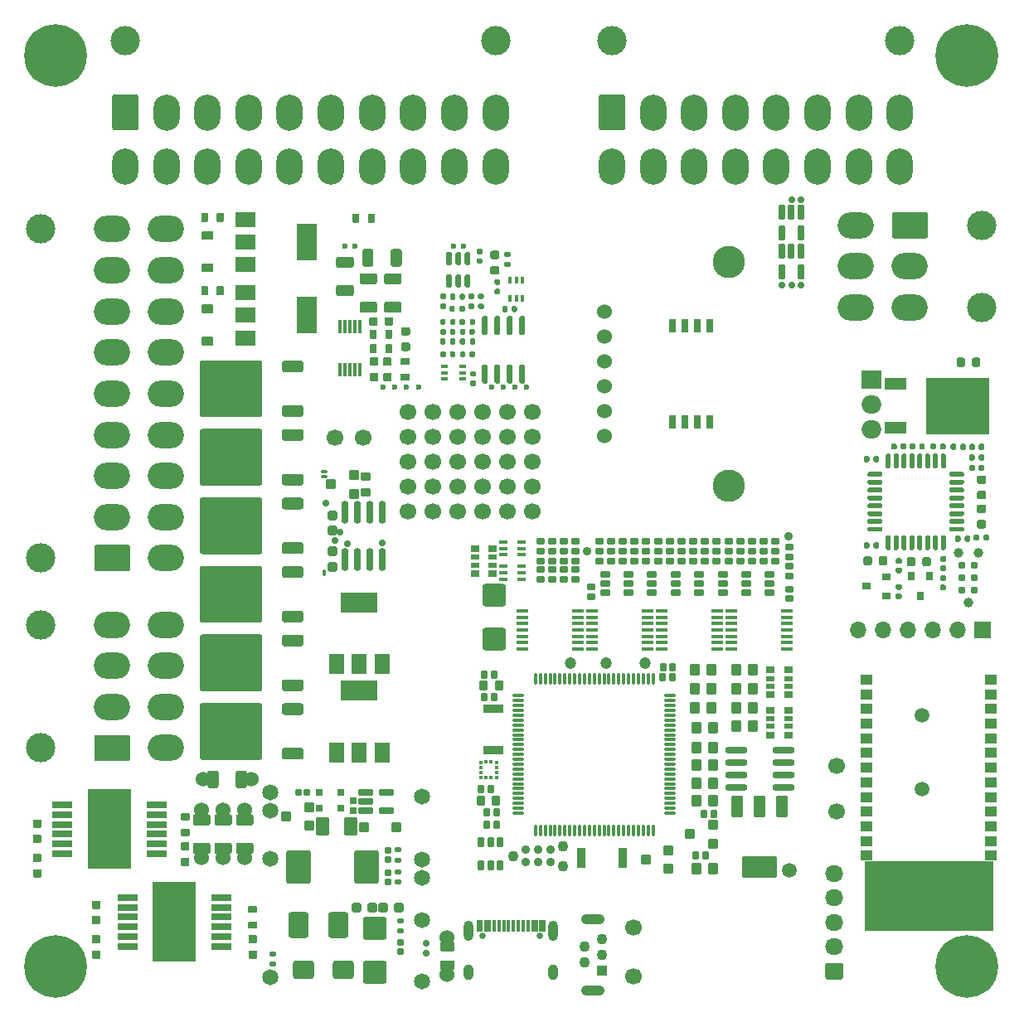
<source format=gts>
G75*
G70*
%OFA0B0*%
%FSLAX25Y25*%
%IPPOS*%
%LPD*%
%AMOC8*
5,1,8,0,0,1.08239X$1,22.5*
%
%AMM116*
21,1,0.027170,0.052760,0.000000,-0.000000,180.000000*
21,1,0.017320,0.062600,0.000000,-0.000000,180.000000*
1,1,0.009840,-0.008660,0.026380*
1,1,0.009840,0.008660,0.026380*
1,1,0.009840,0.008660,-0.026380*
1,1,0.009840,-0.008660,-0.026380*
%
%AMM14*
21,1,0.092130,0.073230,0.000000,0.000000,270.000000*
21,1,0.069290,0.096060,0.000000,0.000000,270.000000*
1,1,0.022840,-0.036610,-0.034650*
1,1,0.022840,-0.036610,0.034650*
1,1,0.022840,0.036610,0.034650*
1,1,0.022840,0.036610,-0.034650*
%
%AMM15*
21,1,0.100000,0.111020,0.000000,0.000000,0.000000*
21,1,0.075590,0.135430,0.000000,0.000000,0.000000*
1,1,0.024410,0.037800,-0.055510*
1,1,0.024410,-0.037800,-0.055510*
1,1,0.024410,-0.037800,0.055510*
1,1,0.024410,0.037800,0.055510*
%
%AMM16*
21,1,0.080320,0.083460,0.000000,0.000000,0.000000*
21,1,0.059840,0.103940,0.000000,0.000000,0.000000*
1,1,0.020470,0.029920,-0.041730*
1,1,0.020470,-0.029920,-0.041730*
1,1,0.020470,-0.029920,0.041730*
1,1,0.020470,0.029920,0.041730*
%
%AMM17*
21,1,0.084250,0.053540,0.000000,0.000000,180.000000*
21,1,0.065350,0.072440,0.000000,0.000000,180.000000*
1,1,0.018900,-0.032680,0.026770*
1,1,0.018900,0.032680,0.026770*
1,1,0.018900,0.032680,-0.026770*
1,1,0.018900,-0.032680,-0.026770*
%
%AMM18*
21,1,0.040950,0.030320,0.000000,0.000000,90.000000*
21,1,0.028350,0.042910,0.000000,0.000000,90.000000*
1,1,0.012600,0.015160,0.014170*
1,1,0.012600,0.015160,-0.014170*
1,1,0.012600,-0.015160,-0.014170*
1,1,0.012600,-0.015160,0.014170*
%
%AMM19*
21,1,0.027170,0.052760,0.000000,0.000000,270.000000*
21,1,0.017320,0.062600,0.000000,0.000000,270.000000*
1,1,0.009840,-0.026380,-0.008660*
1,1,0.009840,-0.026380,0.008660*
1,1,0.009840,0.026380,0.008660*
1,1,0.009840,0.026380,-0.008660*
%
%AMM199*
21,1,0.029530,0.026380,-0.000000,-0.000000,90.000000*
21,1,0.020470,0.035430,-0.000000,-0.000000,90.000000*
1,1,0.009060,0.013190,0.010240*
1,1,0.009060,0.013190,-0.010240*
1,1,0.009060,-0.013190,-0.010240*
1,1,0.009060,-0.013190,0.010240*
%
%AMM20*
21,1,0.041340,0.026770,0.000000,0.000000,0.000000*
21,1,0.029130,0.038980,0.000000,0.000000,0.000000*
1,1,0.012210,0.014570,-0.013390*
1,1,0.012210,-0.014570,-0.013390*
1,1,0.012210,-0.014570,0.013390*
1,1,0.012210,0.014570,0.013390*
%
%AMM200*
21,1,0.021650,0.027950,-0.000000,-0.000000,90.000000*
21,1,0.014170,0.035430,-0.000000,-0.000000,90.000000*
1,1,0.007480,0.013980,0.007090*
1,1,0.007480,0.013980,-0.007090*
1,1,0.007480,-0.013980,-0.007090*
1,1,0.007480,-0.013980,0.007090*
%
%AMM201*
21,1,0.016540,0.028980,-0.000000,-0.000000,270.000000*
21,1,0.010080,0.035430,-0.000000,-0.000000,270.000000*
1,1,0.006460,-0.014490,-0.005040*
1,1,0.006460,-0.014490,0.005040*
1,1,0.006460,0.014490,0.005040*
1,1,0.006460,0.014490,-0.005040*
%
%AMM202*
21,1,0.027560,0.030710,-0.000000,-0.000000,0.000000*
21,1,0.018900,0.039370,-0.000000,-0.000000,0.000000*
1,1,0.008660,0.009450,-0.015350*
1,1,0.008660,-0.009450,-0.015350*
1,1,0.008660,-0.009450,0.015350*
1,1,0.008660,0.009450,0.015350*
%
%AMM203*
21,1,0.031500,0.018900,-0.000000,-0.000000,270.000000*
21,1,0.022840,0.027560,-0.000000,-0.000000,270.000000*
1,1,0.008660,-0.009450,-0.011420*
1,1,0.008660,-0.009450,0.011420*
1,1,0.008660,0.009450,0.011420*
1,1,0.008660,0.009450,-0.011420*
%
%AMM204*
21,1,0.035430,0.072440,-0.000000,-0.000000,270.000000*
21,1,0.025200,0.082680,-0.000000,-0.000000,270.000000*
1,1,0.010240,-0.036220,-0.012600*
1,1,0.010240,-0.036220,0.012600*
1,1,0.010240,0.036220,0.012600*
1,1,0.010240,0.036220,-0.012600*
%
%AMM205*
21,1,0.031500,0.018900,-0.000000,-0.000000,0.000000*
21,1,0.022840,0.027560,-0.000000,-0.000000,0.000000*
1,1,0.008660,0.011420,-0.009450*
1,1,0.008660,-0.011420,-0.009450*
1,1,0.008660,-0.011420,0.009450*
1,1,0.008660,0.011420,0.009450*
%
%AMM206*
21,1,0.027560,0.030710,-0.000000,-0.000000,90.000000*
21,1,0.018900,0.039370,-0.000000,-0.000000,90.000000*
1,1,0.008660,0.015350,0.009450*
1,1,0.008660,0.015350,-0.009450*
1,1,0.008660,-0.015350,-0.009450*
1,1,0.008660,-0.015350,0.009450*
%
%AMM207*
21,1,0.039370,0.030320,-0.000000,-0.000000,90.000000*
21,1,0.028350,0.041340,-0.000000,-0.000000,90.000000*
1,1,0.011020,0.015160,0.014170*
1,1,0.011020,0.015160,-0.014170*
1,1,0.011020,-0.015160,-0.014170*
1,1,0.011020,-0.015160,0.014170*
%
%AMM208*
21,1,0.047240,0.075980,-0.000000,-0.000000,180.000000*
21,1,0.034650,0.088580,-0.000000,-0.000000,180.000000*
1,1,0.012600,-0.017320,0.037990*
1,1,0.012600,0.017320,0.037990*
1,1,0.012600,0.017320,-0.037990*
1,1,0.012600,-0.017320,-0.037990*
%
%AMM209*
21,1,0.043310,0.035430,-0.000000,-0.000000,180.000000*
21,1,0.031500,0.047240,-0.000000,-0.000000,180.000000*
1,1,0.011810,-0.015750,0.017720*
1,1,0.011810,0.015750,0.017720*
1,1,0.011810,0.015750,-0.017720*
1,1,0.011810,-0.015750,-0.017720*
%
%AMM21*
21,1,0.076380,0.036220,0.000000,0.000000,90.000000*
21,1,0.061810,0.050790,0.000000,0.000000,90.000000*
1,1,0.014570,0.018110,0.030910*
1,1,0.014570,0.018110,-0.030910*
1,1,0.014570,-0.018110,-0.030910*
1,1,0.014570,-0.018110,0.030910*
%
%AMM210*
21,1,0.031500,0.030710,-0.000000,-0.000000,180.000000*
21,1,0.022050,0.040160,-0.000000,-0.000000,180.000000*
1,1,0.009450,-0.011020,0.015350*
1,1,0.009450,0.011020,0.015350*
1,1,0.009450,0.011020,-0.015350*
1,1,0.009450,-0.011020,-0.015350*
%
%AMM211*
21,1,0.035430,0.072440,-0.000000,-0.000000,180.000000*
21,1,0.025200,0.082680,-0.000000,-0.000000,180.000000*
1,1,0.010240,-0.012600,0.036220*
1,1,0.010240,0.012600,0.036220*
1,1,0.010240,0.012600,-0.036220*
1,1,0.010240,-0.012600,-0.036220*
%
%AMM212*
21,1,0.141730,0.067720,-0.000000,-0.000000,180.000000*
21,1,0.120870,0.088580,-0.000000,-0.000000,180.000000*
1,1,0.020870,-0.060430,0.033860*
1,1,0.020870,0.060430,0.033860*
1,1,0.020870,0.060430,-0.033860*
1,1,0.020870,-0.060430,-0.033860*
%
%AMM213*
21,1,0.047240,0.075990,-0.000000,-0.000000,180.000000*
21,1,0.034650,0.088580,-0.000000,-0.000000,180.000000*
1,1,0.012600,-0.017320,0.037990*
1,1,0.012600,0.017320,0.037990*
1,1,0.012600,0.017320,-0.037990*
1,1,0.012600,-0.017320,-0.037990*
%
%AMM214*
21,1,0.090550,0.073230,-0.000000,-0.000000,270.000000*
21,1,0.069290,0.094490,-0.000000,-0.000000,270.000000*
1,1,0.021260,-0.036610,-0.034650*
1,1,0.021260,-0.036610,0.034650*
1,1,0.021260,0.036610,0.034650*
1,1,0.021260,0.036610,-0.034650*
%
%AMM22*
21,1,0.038980,0.026770,0.000000,0.000000,0.000000*
21,1,0.026770,0.038980,0.000000,0.000000,0.000000*
1,1,0.012210,0.013390,-0.013390*
1,1,0.012210,-0.013390,-0.013390*
1,1,0.012210,-0.013390,0.013390*
1,1,0.012210,0.013390,0.013390*
%
%AMM23*
21,1,0.021260,0.016540,0.000000,0.000000,270.000000*
21,1,0.012600,0.025200,0.000000,0.000000,270.000000*
1,1,0.008660,-0.008270,-0.006300*
1,1,0.008660,-0.008270,0.006300*
1,1,0.008660,0.008270,0.006300*
1,1,0.008660,0.008270,-0.006300*
%
%AMM24*
21,1,0.029130,0.018900,0.000000,0.000000,90.000000*
21,1,0.018900,0.029130,0.000000,0.000000,90.000000*
1,1,0.010240,0.009450,0.009450*
1,1,0.010240,0.009450,-0.009450*
1,1,0.010240,-0.009450,-0.009450*
1,1,0.010240,-0.009450,0.009450*
%
%AMM25*
21,1,0.025200,0.019680,0.000000,0.000000,0.000000*
21,1,0.015750,0.029130,0.000000,0.000000,0.000000*
1,1,0.009450,0.007870,-0.009840*
1,1,0.009450,-0.007870,-0.009840*
1,1,0.009450,-0.007870,0.009840*
1,1,0.009450,0.007870,0.009840*
%
%AMM252*
21,1,0.040950,0.030320,0.000000,-0.000000,90.000000*
21,1,0.028350,0.042910,0.000000,-0.000000,90.000000*
1,1,0.012600,0.015160,0.014170*
1,1,0.012600,0.015160,-0.014170*
1,1,0.012600,-0.015160,-0.014170*
1,1,0.012600,-0.015160,0.014170*
%
%AMM253*
21,1,0.038980,0.026770,0.000000,-0.000000,270.000000*
21,1,0.026770,0.038980,0.000000,-0.000000,270.000000*
1,1,0.012210,-0.013390,-0.013390*
1,1,0.012210,-0.013390,0.013390*
1,1,0.012210,0.013390,0.013390*
1,1,0.012210,0.013390,-0.013390*
%
%AMM254*
21,1,0.033070,0.030710,0.000000,-0.000000,90.000000*
21,1,0.022050,0.041730,0.000000,-0.000000,90.000000*
1,1,0.011020,0.015350,0.011020*
1,1,0.011020,0.015350,-0.011020*
1,1,0.011020,-0.015350,-0.011020*
1,1,0.011020,-0.015350,0.011020*
%
%AMM26*
21,1,0.025200,0.019680,0.000000,0.000000,270.000000*
21,1,0.015750,0.029130,0.000000,0.000000,270.000000*
1,1,0.009450,-0.009840,-0.007870*
1,1,0.009450,-0.009840,0.007870*
1,1,0.009450,0.009840,0.007870*
1,1,0.009450,0.009840,-0.007870*
%
%ADD11O,0.10630X0.14567*%
%ADD12C,0.06693*%
%ADD120M14*%
%ADD121M15*%
%ADD122M16*%
%ADD123M17*%
%ADD124M18*%
%ADD125M19*%
%ADD126M20*%
%ADD127M21*%
%ADD128M22*%
%ADD129M23*%
%ADD130M24*%
%ADD131M25*%
%ADD132M26*%
%ADD133C,0.02913*%
%ADD134C,0.06457*%
%ADD14C,0.11811*%
%ADD151R,0.02559X0.01575*%
%ADD157R,0.01575X0.02559*%
%ADD160R,0.03543X0.03150*%
%ADD162C,0.05118*%
%ADD164R,0.03150X0.03543*%
%ADD172C,0.03100*%
%ADD175C,0.03900*%
%ADD209O,0.05118X0.01260*%
%ADD210O,0.01260X0.05118*%
%ADD211O,0.04724X0.01575*%
%ADD212C,0.03494*%
%ADD215R,0.01772X0.01378*%
%ADD216R,0.01378X0.01772*%
%ADD22R,0.07874X0.05906*%
%ADD221O,0.09055X0.02756*%
%ADD228C,0.03543*%
%ADD23R,0.07874X0.14961*%
%ADD230C,0.04724*%
%ADD231C,0.04294*%
%ADD24C,0.03150*%
%ADD25C,0.25197*%
%ADD26C,0.06000*%
%ADD27O,0.07283X0.06693*%
%ADD275O,0.02520X0.01535*%
%ADD276O,0.01535X0.02520*%
%ADD28R,0.05906X0.07874*%
%ADD29R,0.14961X0.07874*%
%ADD30C,0.02362*%
%ADD301M116*%
%ADD310R,0.01181X0.05512*%
%ADD311R,0.08661X0.04724*%
%ADD312R,0.25197X0.22835*%
%ADD313R,0.07874X0.07500*%
%ADD314O,0.07874X0.07500*%
%ADD36R,0.04331X0.04331*%
%ADD37C,0.04331*%
%ADD38O,0.09449X0.04331*%
%ADD41C,0.05906*%
%ADD412M199*%
%ADD413M200*%
%ADD414M201*%
%ADD415M202*%
%ADD416M203*%
%ADD417M204*%
%ADD418M205*%
%ADD419M206*%
%ADD420M207*%
%ADD421M208*%
%ADD422M209*%
%ADD423M210*%
%ADD424M211*%
%ADD425M212*%
%ADD426M213*%
%ADD427M214*%
%ADD456O,0.02913X0.09213*%
%ADD466M252*%
%ADD467M253*%
%ADD468M254*%
%ADD54O,0.00984X0.01969*%
%ADD56O,0.01969X0.00984*%
%ADD57O,0.14567X0.10630*%
%ADD58R,0.05118X0.03937*%
%ADD59R,0.07874X0.02559*%
%ADD60R,0.17717X0.31890*%
%ADD73R,0.01181X0.04528*%
%ADD74O,0.03937X0.08268*%
%ADD75O,0.03937X0.06299*%
%ADD76R,0.06693X0.06693*%
%ADD77O,0.06693X0.06693*%
%ADD78C,0.13000*%
%ADD79R,0.02717X0.05315*%
%ADD83C,0.00472*%
%ADD84C,0.02559*%
X0000000Y0000000D02*
%LPD*%
G01*
D83*
X0390354Y0028445D02*
X0339173Y0028445D01*
X0339173Y0056004D01*
X0390354Y0056004D01*
X0390354Y0028445D01*
G36*
X0390354Y0028445D02*
G01*
X0339173Y0028445D01*
X0339173Y0056004D01*
X0390354Y0056004D01*
X0390354Y0028445D01*
G37*
G36*
G01*
X0028583Y0040217D02*
X0031260Y0040217D01*
G75*
G02*
X0031594Y0039882I0000000J-000335D01*
G01*
X0031594Y0037205D01*
G75*
G02*
X0031260Y0036870I-000335J0000000D01*
G01*
X0028583Y0036870D01*
G75*
G02*
X0028248Y0037205I0000000J0000335D01*
G01*
X0028248Y0039882D01*
G75*
G02*
X0028583Y0040217I0000335J0000000D01*
G01*
G37*
G36*
G01*
X0028583Y0033996D02*
X0031260Y0033996D01*
G75*
G02*
X0031594Y0033661I0000000J-000335D01*
G01*
X0031594Y0030984D01*
G75*
G02*
X0031260Y0030650I-000335J0000000D01*
G01*
X0028583Y0030650D01*
G75*
G02*
X0028248Y0030984I0000000J0000335D01*
G01*
X0028248Y0033661D01*
G75*
G02*
X0028583Y0033996I0000335J0000000D01*
G01*
G37*
G36*
G01*
X0113386Y0155787D02*
X0113386Y0153031D01*
G75*
G02*
X0112402Y0152047I-000984J0000000D01*
G01*
X0105709Y0152047D01*
G75*
G02*
X0104724Y0153031I0000000J0000984D01*
G01*
X0104724Y0155787D01*
G75*
G02*
X0105709Y0156772I0000984J0000000D01*
G01*
X0112402Y0156772D01*
G75*
G02*
X0113386Y0155787I0000000J-000984D01*
G01*
G37*
G36*
G01*
X0096850Y0173819D02*
X0096850Y0152953D01*
G75*
G02*
X0095866Y0151969I-000984J0000000D01*
G01*
X0072638Y0151969D01*
G75*
G02*
X0071654Y0152953I0000000J0000984D01*
G01*
X0071654Y0173819D01*
G75*
G02*
X0072638Y0174803I0000984J0000000D01*
G01*
X0095866Y0174803D01*
G75*
G02*
X0096850Y0173819I0000000J-000984D01*
G01*
G37*
G36*
G01*
X0113386Y0173740D02*
X0113386Y0170984D01*
G75*
G02*
X0112402Y0170000I-000984J0000000D01*
G01*
X0105709Y0170000D01*
G75*
G02*
X0104724Y0170984I0000000J0000984D01*
G01*
X0104724Y0173740D01*
G75*
G02*
X0105709Y0174724I0000984J0000000D01*
G01*
X0112402Y0174724D01*
G75*
G02*
X0113386Y0173740I0000000J-000984D01*
G01*
G37*
D14*
X0237402Y0385925D03*
X0353150Y0385925D03*
G36*
G01*
X0232087Y0350886D02*
X0232087Y0363484D01*
G75*
G02*
X0233071Y0364469I0000984J0000000D01*
G01*
X0241732Y0364469D01*
G75*
G02*
X0242717Y0363484I0000000J-000984D01*
G01*
X0242717Y0350886D01*
G75*
G02*
X0241732Y0349902I-000984J0000000D01*
G01*
X0233071Y0349902D01*
G75*
G02*
X0232087Y0350886I0000000J0000984D01*
G01*
G37*
D11*
X0253937Y0357185D03*
X0270472Y0357185D03*
X0287008Y0357185D03*
X0303543Y0357185D03*
X0320079Y0357185D03*
X0336614Y0357185D03*
X0353150Y0357185D03*
X0237402Y0335531D03*
X0253937Y0335531D03*
X0270472Y0335531D03*
X0287008Y0335531D03*
X0303543Y0335531D03*
X0320079Y0335531D03*
X0336614Y0335531D03*
X0353150Y0335531D03*
D12*
X0327559Y0075984D03*
D14*
X0041732Y0385925D03*
X0190551Y0385925D03*
G36*
G01*
X0036417Y0350886D02*
X0036417Y0363484D01*
G75*
G02*
X0037402Y0364469I0000984J0000000D01*
G01*
X0046063Y0364469D01*
G75*
G02*
X0047047Y0363484I0000000J-000984D01*
G01*
X0047047Y0350886D01*
G75*
G02*
X0046063Y0349902I-000984J0000000D01*
G01*
X0037402Y0349902D01*
G75*
G02*
X0036417Y0350886I0000000J0000984D01*
G01*
G37*
D11*
X0058268Y0357185D03*
X0074803Y0357185D03*
X0091339Y0357185D03*
X0107874Y0357185D03*
X0124409Y0357185D03*
X0140945Y0357185D03*
X0157480Y0357185D03*
X0174016Y0357185D03*
X0190551Y0357185D03*
X0041732Y0335531D03*
X0058268Y0335531D03*
X0074803Y0335531D03*
X0091339Y0335531D03*
X0107874Y0335531D03*
X0124409Y0335531D03*
X0140945Y0335531D03*
X0157480Y0335531D03*
X0174016Y0335531D03*
X0190551Y0335531D03*
G36*
G01*
X0113386Y0238465D02*
X0113386Y0235709D01*
G75*
G02*
X0112402Y0234724I-000984J0000000D01*
G01*
X0105709Y0234724D01*
G75*
G02*
X0104724Y0235709I0000000J0000984D01*
G01*
X0104724Y0238465D01*
G75*
G02*
X0105709Y0239449I0000984J0000000D01*
G01*
X0112402Y0239449D01*
G75*
G02*
X0113386Y0238465I0000000J-000984D01*
G01*
G37*
G36*
G01*
X0096850Y0256496D02*
X0096850Y0235630D01*
G75*
G02*
X0095866Y0234646I-000984J0000000D01*
G01*
X0072638Y0234646D01*
G75*
G02*
X0071654Y0235630I0000000J0000984D01*
G01*
X0071654Y0256496D01*
G75*
G02*
X0072638Y0257480I0000984J0000000D01*
G01*
X0095866Y0257480D01*
G75*
G02*
X0096850Y0256496I0000000J-000984D01*
G01*
G37*
G36*
G01*
X0113386Y0256417D02*
X0113386Y0253661D01*
G75*
G02*
X0112402Y0252677I-000984J0000000D01*
G01*
X0105709Y0252677D01*
G75*
G02*
X0104724Y0253661I0000000J0000984D01*
G01*
X0104724Y0256417D01*
G75*
G02*
X0105709Y0257402I0000984J0000000D01*
G01*
X0112402Y0257402D01*
G75*
G02*
X0113386Y0256417I0000000J-000984D01*
G01*
G37*
G36*
G01*
X0113386Y0210906D02*
X0113386Y0208150D01*
G75*
G02*
X0112402Y0207165I-000984J0000000D01*
G01*
X0105709Y0207165D01*
G75*
G02*
X0104724Y0208150I0000000J0000984D01*
G01*
X0104724Y0210906D01*
G75*
G02*
X0105709Y0211890I0000984J0000000D01*
G01*
X0112402Y0211890D01*
G75*
G02*
X0113386Y0210906I0000000J-000984D01*
G01*
G37*
G36*
G01*
X0096850Y0228937D02*
X0096850Y0208071D01*
G75*
G02*
X0095866Y0207087I-000984J0000000D01*
G01*
X0072638Y0207087D01*
G75*
G02*
X0071654Y0208071I0000000J0000984D01*
G01*
X0071654Y0228937D01*
G75*
G02*
X0072638Y0229921I0000984J0000000D01*
G01*
X0095866Y0229921D01*
G75*
G02*
X0096850Y0228937I0000000J-000984D01*
G01*
G37*
G36*
G01*
X0113386Y0228858D02*
X0113386Y0226102D01*
G75*
G02*
X0112402Y0225118I-000984J0000000D01*
G01*
X0105709Y0225118D01*
G75*
G02*
X0104724Y0226102I0000000J0000984D01*
G01*
X0104724Y0228858D01*
G75*
G02*
X0105709Y0229843I0000984J0000000D01*
G01*
X0112402Y0229843D01*
G75*
G02*
X0113386Y0228858I0000000J-000984D01*
G01*
G37*
D12*
X0125984Y0226378D03*
G36*
G01*
X0091575Y0026437D02*
X0094252Y0026437D01*
G75*
G02*
X0094587Y0026102I0000000J-000335D01*
G01*
X0094587Y0023425D01*
G75*
G02*
X0094252Y0023091I-000335J0000000D01*
G01*
X0091575Y0023091D01*
G75*
G02*
X0091240Y0023425I0000000J0000335D01*
G01*
X0091240Y0026102D01*
G75*
G02*
X0091575Y0026437I0000335J0000000D01*
G01*
G37*
G36*
G01*
X0091575Y0020217D02*
X0094252Y0020217D01*
G75*
G02*
X0094587Y0019882I0000000J-000335D01*
G01*
X0094587Y0017205D01*
G75*
G02*
X0094252Y0016870I-000335J0000000D01*
G01*
X0091575Y0016870D01*
G75*
G02*
X0091240Y0017205I0000000J0000335D01*
G01*
X0091240Y0019882D01*
G75*
G02*
X0091575Y0020217I0000335J0000000D01*
G01*
G37*
D22*
X0089961Y0314173D03*
X0089961Y0305118D03*
X0089961Y0296063D03*
D23*
X0114764Y0305118D03*
G36*
G01*
X0142057Y0316201D02*
X0142057Y0313130D01*
G75*
G02*
X0141781Y0312854I-000276J0000000D01*
G01*
X0139577Y0312854D01*
G75*
G02*
X0139301Y0313130I0000000J0000276D01*
G01*
X0139301Y0316201D01*
G75*
G02*
X0139577Y0316476I0000276J0000000D01*
G01*
X0141781Y0316476D01*
G75*
G02*
X0142057Y0316201I0000000J-000276D01*
G01*
G37*
G36*
G01*
X0135758Y0316201D02*
X0135758Y0313130D01*
G75*
G02*
X0135482Y0312854I-000276J0000000D01*
G01*
X0133278Y0312854D01*
G75*
G02*
X0133002Y0313130I0000000J0000276D01*
G01*
X0133002Y0316201D01*
G75*
G02*
X0133278Y0316476I0000276J0000000D01*
G01*
X0135482Y0316476D01*
G75*
G02*
X0135758Y0316201I0000000J-000276D01*
G01*
G37*
D12*
X0137402Y0226378D03*
G36*
G01*
X0064508Y0063681D02*
X0067185Y0063681D01*
G75*
G02*
X0067520Y0063346I0000000J-000335D01*
G01*
X0067520Y0060669D01*
G75*
G02*
X0067185Y0060335I-000335J0000000D01*
G01*
X0064508Y0060335D01*
G75*
G02*
X0064173Y0060669I0000000J0000335D01*
G01*
X0064173Y0063346D01*
G75*
G02*
X0064508Y0063681I0000335J0000000D01*
G01*
G37*
G36*
G01*
X0064508Y0057461D02*
X0067185Y0057461D01*
G75*
G02*
X0067520Y0057126I0000000J-000335D01*
G01*
X0067520Y0054449D01*
G75*
G02*
X0067185Y0054114I-000335J0000000D01*
G01*
X0064508Y0054114D01*
G75*
G02*
X0064173Y0054449I0000000J0000335D01*
G01*
X0064173Y0057126D01*
G75*
G02*
X0064508Y0057461I0000335J0000000D01*
G01*
G37*
D24*
X0004331Y0379921D03*
X0007098Y0386603D03*
X0007098Y0373240D03*
X0013780Y0389370D03*
D25*
X0013780Y0379921D03*
D24*
X0013780Y0370472D03*
X0020461Y0386603D03*
X0020461Y0373240D03*
X0023228Y0379921D03*
X0370472Y0379921D03*
X0373240Y0386603D03*
X0373240Y0373240D03*
X0379921Y0389370D03*
D25*
X0379921Y0379921D03*
D24*
X0379921Y0370472D03*
X0386603Y0386603D03*
X0386603Y0373240D03*
X0389370Y0379921D03*
D26*
X0072441Y0076575D03*
G36*
G01*
X0068898Y0071280D02*
X0068898Y0073996D01*
G75*
G02*
X0069803Y0074902I0000906J0000000D01*
G01*
X0075079Y0074902D01*
G75*
G02*
X0075984Y0073996I0000000J-000906D01*
G01*
X0075984Y0071280D01*
G75*
G02*
X0075079Y0070374I-000906J0000000D01*
G01*
X0069803Y0070374D01*
G75*
G02*
X0068898Y0071280I0000000J0000906D01*
G01*
G37*
G36*
G01*
X0068898Y0059862D02*
X0068898Y0062579D01*
G75*
G02*
X0069803Y0063484I0000906J0000000D01*
G01*
X0075079Y0063484D01*
G75*
G02*
X0075984Y0062579I0000000J-000906D01*
G01*
X0075984Y0059862D01*
G75*
G02*
X0075079Y0058957I-000906J0000000D01*
G01*
X0069803Y0058957D01*
G75*
G02*
X0068898Y0059862I0000000J0000906D01*
G01*
G37*
X0072441Y0057283D03*
G36*
G01*
X0004961Y0072894D02*
X0007638Y0072894D01*
G75*
G02*
X0007972Y0072559I0000000J-000335D01*
G01*
X0007972Y0069882D01*
G75*
G02*
X0007638Y0069547I-000335J0000000D01*
G01*
X0004961Y0069547D01*
G75*
G02*
X0004626Y0069882I0000000J0000335D01*
G01*
X0004626Y0072559D01*
G75*
G02*
X0004961Y0072894I0000335J0000000D01*
G01*
G37*
G36*
G01*
X0004961Y0066673D02*
X0007638Y0066673D01*
G75*
G02*
X0007972Y0066339I0000000J-000335D01*
G01*
X0007972Y0063661D01*
G75*
G02*
X0007638Y0063327I-000335J0000000D01*
G01*
X0004961Y0063327D01*
G75*
G02*
X0004626Y0063661I0000000J0000335D01*
G01*
X0004626Y0066339D01*
G75*
G02*
X0004961Y0066673I0000335J0000000D01*
G01*
G37*
G36*
G01*
X0329429Y0008465D02*
X0324114Y0008465D01*
G75*
G02*
X0323130Y0009449I0000000J0000984D01*
G01*
X0323130Y0014173D01*
G75*
G02*
X0324114Y0015157I0000984J0000000D01*
G01*
X0329429Y0015157D01*
G75*
G02*
X0330413Y0014173I0000000J-000984D01*
G01*
X0330413Y0009449D01*
G75*
G02*
X0329429Y0008465I-000984J0000000D01*
G01*
G37*
D27*
X0326772Y0021654D03*
X0326772Y0031496D03*
X0326772Y0041339D03*
X0326772Y0051181D03*
D28*
X0126772Y0135236D03*
X0135827Y0135236D03*
X0144882Y0135236D03*
D29*
X0135827Y0160039D03*
D12*
X0246063Y0029528D03*
D24*
X0004331Y0013780D03*
X0007098Y0020461D03*
X0007098Y0007098D03*
X0013780Y0023228D03*
D25*
X0013780Y0013780D03*
D24*
X0013780Y0004331D03*
X0020461Y0020461D03*
X0020461Y0007098D03*
X0023228Y0013780D03*
D30*
X0193602Y0246752D03*
X0188878Y0246752D03*
X0198327Y0246752D03*
X0203051Y0246752D03*
X0177618Y0303543D03*
X0173681Y0303543D03*
D36*
X0233268Y0012205D03*
D37*
X0226378Y0015354D03*
X0233268Y0018504D03*
X0226378Y0021654D03*
X0233268Y0024803D03*
D38*
X0229823Y0004134D03*
X0229823Y0032874D03*
D26*
X0081102Y0076575D03*
G36*
G01*
X0077559Y0071280D02*
X0077559Y0073996D01*
G75*
G02*
X0078465Y0074902I0000906J0000000D01*
G01*
X0083740Y0074902D01*
G75*
G02*
X0084646Y0073996I0000000J-000906D01*
G01*
X0084646Y0071280D01*
G75*
G02*
X0083740Y0070374I-000906J0000000D01*
G01*
X0078465Y0070374D01*
G75*
G02*
X0077559Y0071280I0000000J0000906D01*
G01*
G37*
G36*
G01*
X0077559Y0059862D02*
X0077559Y0062579D01*
G75*
G02*
X0078465Y0063484I0000906J0000000D01*
G01*
X0083740Y0063484D01*
G75*
G02*
X0084646Y0062579I0000000J-000906D01*
G01*
X0084646Y0059862D01*
G75*
G02*
X0083740Y0058957I-000906J0000000D01*
G01*
X0078465Y0058957D01*
G75*
G02*
X0077559Y0059862I0000000J0000906D01*
G01*
G37*
X0081102Y0057283D03*
D30*
X0313287Y0287894D03*
X0309547Y0287894D03*
X0305807Y0287894D03*
X0309744Y0322146D03*
X0313287Y0322146D03*
G36*
G01*
X0031260Y0016870D02*
X0028583Y0016870D01*
G75*
G02*
X0028248Y0017205I0000000J0000335D01*
G01*
X0028248Y0019882D01*
G75*
G02*
X0028583Y0020217I0000335J0000000D01*
G01*
X0031260Y0020217D01*
G75*
G02*
X0031594Y0019882I0000000J-000335D01*
G01*
X0031594Y0017205D01*
G75*
G02*
X0031260Y0016870I-000335J0000000D01*
G01*
G37*
G36*
G01*
X0031260Y0023091D02*
X0028583Y0023091D01*
G75*
G02*
X0028248Y0023425I0000000J0000335D01*
G01*
X0028248Y0026102D01*
G75*
G02*
X0028583Y0026437I0000335J0000000D01*
G01*
X0031260Y0026437D01*
G75*
G02*
X0031594Y0026102I0000000J-000335D01*
G01*
X0031594Y0023425D01*
G75*
G02*
X0031260Y0023091I-000335J0000000D01*
G01*
G37*
D41*
X0160925Y0081988D03*
X0160925Y0056791D03*
X0160925Y0049311D03*
X0160925Y0032382D03*
D30*
X0162697Y0022933D03*
X0162697Y0018996D03*
D41*
X0160925Y0007776D03*
X0099902Y0083760D03*
X0099902Y0076476D03*
X0099902Y0056988D03*
X0099902Y0009547D03*
G36*
G01*
X0113386Y0100669D02*
X0113386Y0097913D01*
G75*
G02*
X0112402Y0096929I-000984J0000000D01*
G01*
X0105709Y0096929D01*
G75*
G02*
X0104724Y0097913I0000000J0000984D01*
G01*
X0104724Y0100669D01*
G75*
G02*
X0105709Y0101654I0000984J0000000D01*
G01*
X0112402Y0101654D01*
G75*
G02*
X0113386Y0100669I0000000J-000984D01*
G01*
G37*
G36*
G01*
X0096850Y0118701D02*
X0096850Y0097835D01*
G75*
G02*
X0095866Y0096850I-000984J0000000D01*
G01*
X0072638Y0096850D01*
G75*
G02*
X0071654Y0097835I0000000J0000984D01*
G01*
X0071654Y0118701D01*
G75*
G02*
X0072638Y0119685I0000984J0000000D01*
G01*
X0095866Y0119685D01*
G75*
G02*
X0096850Y0118701I0000000J-000984D01*
G01*
G37*
G36*
G01*
X0113386Y0118622D02*
X0113386Y0115866D01*
G75*
G02*
X0112402Y0114882I-000984J0000000D01*
G01*
X0105709Y0114882D01*
G75*
G02*
X0104724Y0115866I0000000J0000984D01*
G01*
X0104724Y0118622D01*
G75*
G02*
X0105709Y0119606I0000984J0000000D01*
G01*
X0112402Y0119606D01*
G75*
G02*
X0113386Y0118622I0000000J-000984D01*
G01*
G37*
D54*
X0121654Y0171949D03*
D56*
X0121850Y0212697D03*
X0121850Y0210728D03*
D30*
X0125984Y0184941D03*
X0128051Y0188386D03*
X0131004Y0183760D03*
X0144980Y0184055D03*
D22*
X0089961Y0284646D03*
X0089961Y0275591D03*
X0089961Y0266535D03*
D23*
X0114764Y0275591D03*
G36*
G01*
X0064311Y0075236D02*
X0067382Y0075236D01*
G75*
G02*
X0067657Y0074961I0000000J-000276D01*
G01*
X0067657Y0072756D01*
G75*
G02*
X0067382Y0072480I-000276J0000000D01*
G01*
X0064311Y0072480D01*
G75*
G02*
X0064035Y0072756I0000000J0000276D01*
G01*
X0064035Y0074961D01*
G75*
G02*
X0064311Y0075236I0000276J0000000D01*
G01*
G37*
G36*
G01*
X0064311Y0068937D02*
X0067382Y0068937D01*
G75*
G02*
X0067657Y0068661I0000000J-000276D01*
G01*
X0067657Y0066457D01*
G75*
G02*
X0067382Y0066181I-000276J0000000D01*
G01*
X0064311Y0066181D01*
G75*
G02*
X0064035Y0066457I0000000J0000276D01*
G01*
X0064035Y0068661D01*
G75*
G02*
X0064311Y0068937I0000276J0000000D01*
G01*
G37*
D14*
X0007776Y0177953D03*
X0007776Y0310236D03*
G36*
G01*
X0042815Y0172638D02*
X0030217Y0172638D01*
G75*
G02*
X0029232Y0173622I0000000J0000984D01*
G01*
X0029232Y0182283D01*
G75*
G02*
X0030217Y0183268I0000984J0000000D01*
G01*
X0042815Y0183268D01*
G75*
G02*
X0043799Y0182283I0000000J-000984D01*
G01*
X0043799Y0173622D01*
G75*
G02*
X0042815Y0172638I-000984J0000000D01*
G01*
G37*
D57*
X0036516Y0194488D03*
X0036516Y0211024D03*
X0036516Y0227559D03*
X0036516Y0244094D03*
X0036516Y0260630D03*
X0036516Y0277165D03*
X0036516Y0293701D03*
X0036516Y0310236D03*
X0058169Y0177953D03*
X0058169Y0194488D03*
X0058169Y0211024D03*
X0058169Y0227559D03*
X0058169Y0244094D03*
X0058169Y0260630D03*
X0058169Y0277165D03*
X0058169Y0293701D03*
X0058169Y0310236D03*
G36*
G01*
X0113386Y0183346D02*
X0113386Y0180591D01*
G75*
G02*
X0112402Y0179606I-000984J0000000D01*
G01*
X0105709Y0179606D01*
G75*
G02*
X0104724Y0180591I0000000J0000984D01*
G01*
X0104724Y0183346D01*
G75*
G02*
X0105709Y0184331I0000984J0000000D01*
G01*
X0112402Y0184331D01*
G75*
G02*
X0113386Y0183346I0000000J-000984D01*
G01*
G37*
G36*
G01*
X0096850Y0201378D02*
X0096850Y0180512D01*
G75*
G02*
X0095866Y0179528I-000984J0000000D01*
G01*
X0072638Y0179528D01*
G75*
G02*
X0071654Y0180512I0000000J0000984D01*
G01*
X0071654Y0201378D01*
G75*
G02*
X0072638Y0202362I0000984J0000000D01*
G01*
X0095866Y0202362D01*
G75*
G02*
X0096850Y0201378I0000000J-000984D01*
G01*
G37*
G36*
G01*
X0113386Y0201299D02*
X0113386Y0198543D01*
G75*
G02*
X0112402Y0197559I-000984J0000000D01*
G01*
X0105709Y0197559D01*
G75*
G02*
X0104724Y0198543I0000000J0000984D01*
G01*
X0104724Y0201299D01*
G75*
G02*
X0105709Y0202283I0000984J0000000D01*
G01*
X0112402Y0202283D01*
G75*
G02*
X0113386Y0201299I0000000J-000984D01*
G01*
G37*
D58*
X0389764Y0058268D03*
X0389764Y0064173D03*
X0389764Y0070079D03*
X0389764Y0075984D03*
X0389764Y0081890D03*
X0389764Y0087795D03*
X0389764Y0093701D03*
X0389764Y0099606D03*
X0389764Y0105512D03*
X0389764Y0111417D03*
X0389764Y0117323D03*
X0389764Y0123228D03*
X0389764Y0129134D03*
X0339764Y0129134D03*
X0339764Y0123228D03*
X0339764Y0117323D03*
X0339764Y0111417D03*
X0339764Y0105512D03*
X0339764Y0099606D03*
X0339764Y0093701D03*
X0339764Y0087795D03*
X0339764Y0081890D03*
X0339764Y0075984D03*
X0339764Y0070079D03*
X0339764Y0064173D03*
X0339764Y0058268D03*
D14*
X0385925Y0311811D03*
X0385925Y0278740D03*
G36*
G01*
X0350886Y0317126D02*
X0363484Y0317126D01*
G75*
G02*
X0364469Y0316142I0000000J-000984D01*
G01*
X0364469Y0307480D01*
G75*
G02*
X0363484Y0306496I-000984J0000000D01*
G01*
X0350886Y0306496D01*
G75*
G02*
X0349902Y0307480I0000000J0000984D01*
G01*
X0349902Y0316142D01*
G75*
G02*
X0350886Y0317126I0000984J0000000D01*
G01*
G37*
D57*
X0357185Y0295276D03*
X0357185Y0278740D03*
X0335531Y0311811D03*
X0335531Y0295276D03*
X0335531Y0278740D03*
G36*
G01*
X0072244Y0283898D02*
X0072244Y0286969D01*
G75*
G02*
X0072520Y0287244I0000276J0000000D01*
G01*
X0074724Y0287244D01*
G75*
G02*
X0075000Y0286969I0000000J-000276D01*
G01*
X0075000Y0283898D01*
G75*
G02*
X0074724Y0283622I-000276J0000000D01*
G01*
X0072520Y0283622D01*
G75*
G02*
X0072244Y0283898I0000000J0000276D01*
G01*
G37*
G36*
G01*
X0078543Y0283898D02*
X0078543Y0286969D01*
G75*
G02*
X0078819Y0287244I0000276J0000000D01*
G01*
X0081024Y0287244D01*
G75*
G02*
X0081299Y0286969I0000000J-000276D01*
G01*
X0081299Y0283898D01*
G75*
G02*
X0081024Y0283622I-000276J0000000D01*
G01*
X0078819Y0283622D01*
G75*
G02*
X0078543Y0283898I0000000J0000276D01*
G01*
G37*
D26*
X0089764Y0076575D03*
G36*
G01*
X0086220Y0071280D02*
X0086220Y0073996D01*
G75*
G02*
X0087126Y0074902I0000906J0000000D01*
G01*
X0092402Y0074902D01*
G75*
G02*
X0093307Y0073996I0000000J-000906D01*
G01*
X0093307Y0071280D01*
G75*
G02*
X0092402Y0070374I-000906J0000000D01*
G01*
X0087126Y0070374D01*
G75*
G02*
X0086220Y0071280I0000000J0000906D01*
G01*
G37*
G36*
G01*
X0086220Y0059862D02*
X0086220Y0062579D01*
G75*
G02*
X0087126Y0063484I0000906J0000000D01*
G01*
X0092402Y0063484D01*
G75*
G02*
X0093307Y0062579I0000000J-000906D01*
G01*
X0093307Y0059862D01*
G75*
G02*
X0092402Y0058957I-000906J0000000D01*
G01*
X0087126Y0058957D01*
G75*
G02*
X0086220Y0059862I0000000J0000906D01*
G01*
G37*
X0089764Y0057283D03*
D12*
X0155512Y0196693D03*
X0155512Y0206693D03*
X0155512Y0216693D03*
X0155512Y0226693D03*
X0155512Y0236693D03*
X0165512Y0196693D03*
X0165512Y0206693D03*
X0165512Y0216693D03*
X0165512Y0226693D03*
X0165512Y0236693D03*
X0175512Y0196693D03*
X0175512Y0206693D03*
X0175512Y0216693D03*
X0175512Y0226693D03*
X0175512Y0236693D03*
X0246063Y0009843D03*
D26*
X0171160Y0025491D03*
G36*
G01*
X0168699Y0023699D02*
X0173621Y0023699D01*
G75*
G02*
X0174014Y0023306I0000000J-000394D01*
G01*
X0174014Y0020156D01*
G75*
G02*
X0173621Y0019762I-000394J0000000D01*
G01*
X0168699Y0019762D01*
G75*
G02*
X0168306Y0020156I0000000J0000394D01*
G01*
X0168306Y0023306D01*
G75*
G02*
X0168699Y0023699I0000394J0000000D01*
G01*
G37*
G36*
G01*
X0168699Y0016219D02*
X0173621Y0016219D01*
G75*
G02*
X0174014Y0015825I0000000J-000394D01*
G01*
X0174014Y0012676D01*
G75*
G02*
X0173621Y0012282I-000394J0000000D01*
G01*
X0168699Y0012282D01*
G75*
G02*
X0168306Y0012676I0000000J0000394D01*
G01*
X0168306Y0015825D01*
G75*
G02*
X0168699Y0016219I0000394J0000000D01*
G01*
G37*
X0171160Y0010491D03*
G36*
G01*
X0072244Y0313425D02*
X0072244Y0316496D01*
G75*
G02*
X0072520Y0316772I0000276J0000000D01*
G01*
X0074724Y0316772D01*
G75*
G02*
X0075000Y0316496I0000000J-000276D01*
G01*
X0075000Y0313425D01*
G75*
G02*
X0074724Y0313150I-000276J0000000D01*
G01*
X0072520Y0313150D01*
G75*
G02*
X0072244Y0313425I0000000J0000276D01*
G01*
G37*
G36*
G01*
X0078543Y0313425D02*
X0078543Y0316496D01*
G75*
G02*
X0078819Y0316772I0000276J0000000D01*
G01*
X0081024Y0316772D01*
G75*
G02*
X0081299Y0316496I0000000J-000276D01*
G01*
X0081299Y0313425D01*
G75*
G02*
X0081024Y0313150I-000276J0000000D01*
G01*
X0078819Y0313150D01*
G75*
G02*
X0078543Y0313425I0000000J0000276D01*
G01*
G37*
G36*
G01*
X0076811Y0292913D02*
X0072795Y0292913D01*
G75*
G02*
X0072441Y0293268I0000000J0000354D01*
G01*
X0072441Y0296102D01*
G75*
G02*
X0072795Y0296457I0000354J0000000D01*
G01*
X0076811Y0296457D01*
G75*
G02*
X0077165Y0296102I0000000J-000354D01*
G01*
X0077165Y0293268D01*
G75*
G02*
X0076811Y0292913I-000354J0000000D01*
G01*
G37*
G36*
G01*
X0076811Y0305906D02*
X0072795Y0305906D01*
G75*
G02*
X0072441Y0306260I0000000J0000354D01*
G01*
X0072441Y0309094D01*
G75*
G02*
X0072795Y0309449I0000354J0000000D01*
G01*
X0076811Y0309449D01*
G75*
G02*
X0077165Y0309094I0000000J-000354D01*
G01*
X0077165Y0306260D01*
G75*
G02*
X0076811Y0305906I-000354J0000000D01*
G01*
G37*
D59*
X0016535Y0078740D03*
X0016535Y0074803D03*
X0016535Y0070866D03*
X0016535Y0066929D03*
X0016535Y0062992D03*
X0016535Y0059055D03*
X0054331Y0059055D03*
X0054331Y0062992D03*
X0054331Y0066929D03*
X0054331Y0070866D03*
X0054331Y0074803D03*
X0054331Y0078740D03*
D60*
X0035433Y0068898D03*
D59*
X0042618Y0041496D03*
X0042618Y0037559D03*
X0042618Y0033622D03*
X0042618Y0029685D03*
X0042618Y0025748D03*
X0042618Y0021811D03*
X0080413Y0021811D03*
X0080413Y0025748D03*
X0080413Y0029685D03*
X0080413Y0033622D03*
X0080413Y0037559D03*
X0080413Y0041496D03*
D60*
X0061516Y0031654D03*
D14*
X0007776Y0101575D03*
X0007776Y0151181D03*
G36*
G01*
X0042815Y0096260D02*
X0030217Y0096260D01*
G75*
G02*
X0029232Y0097244I0000000J0000984D01*
G01*
X0029232Y0105906D01*
G75*
G02*
X0030217Y0106890I0000984J0000000D01*
G01*
X0042815Y0106890D01*
G75*
G02*
X0043799Y0105906I0000000J-000984D01*
G01*
X0043799Y0097244D01*
G75*
G02*
X0042815Y0096260I-000984J0000000D01*
G01*
G37*
D57*
X0036516Y0118110D03*
X0036516Y0134646D03*
X0036516Y0151181D03*
X0058169Y0101575D03*
X0058169Y0118110D03*
X0058169Y0134646D03*
X0058169Y0151181D03*
D12*
X0327559Y0094488D03*
G36*
G01*
X0113386Y0128228D02*
X0113386Y0125472D01*
G75*
G02*
X0112402Y0124488I-000984J0000000D01*
G01*
X0105709Y0124488D01*
G75*
G02*
X0104724Y0125472I0000000J0000984D01*
G01*
X0104724Y0128228D01*
G75*
G02*
X0105709Y0129213I0000984J0000000D01*
G01*
X0112402Y0129213D01*
G75*
G02*
X0113386Y0128228I0000000J-000984D01*
G01*
G37*
G36*
G01*
X0096850Y0146260D02*
X0096850Y0125394D01*
G75*
G02*
X0095866Y0124409I-000984J0000000D01*
G01*
X0072638Y0124409D01*
G75*
G02*
X0071654Y0125394I0000000J0000984D01*
G01*
X0071654Y0146260D01*
G75*
G02*
X0072638Y0147244I0000984J0000000D01*
G01*
X0095866Y0147244D01*
G75*
G02*
X0096850Y0146260I0000000J-000984D01*
G01*
G37*
G36*
G01*
X0113386Y0146181D02*
X0113386Y0143425D01*
G75*
G02*
X0112402Y0142441I-000984J0000000D01*
G01*
X0105709Y0142441D01*
G75*
G02*
X0104724Y0143425I0000000J0000984D01*
G01*
X0104724Y0146181D01*
G75*
G02*
X0105709Y0147165I0000984J0000000D01*
G01*
X0112402Y0147165D01*
G75*
G02*
X0113386Y0146181I0000000J-000984D01*
G01*
G37*
D84*
X0185472Y0026004D03*
X0208228Y0026004D03*
D73*
X0183661Y0030197D03*
X0186811Y0030197D03*
X0191929Y0030197D03*
X0195866Y0030197D03*
X0197835Y0030197D03*
X0201772Y0030197D03*
X0206890Y0030197D03*
X0210039Y0030197D03*
X0208858Y0030197D03*
X0205709Y0030197D03*
X0203740Y0030197D03*
X0199803Y0030197D03*
X0193898Y0030197D03*
X0189961Y0030197D03*
X0187992Y0030197D03*
X0184843Y0030197D03*
D74*
X0179843Y0027972D03*
D75*
X0179843Y0011516D03*
D74*
X0213858Y0027972D03*
D75*
X0213858Y0011516D03*
D24*
X0370472Y0013780D03*
X0373240Y0020461D03*
X0373240Y0007098D03*
X0379921Y0023228D03*
D25*
X0379921Y0013780D03*
D24*
X0379921Y0004331D03*
X0386603Y0020461D03*
X0386603Y0007098D03*
X0389370Y0013780D03*
D30*
X0150098Y0246752D03*
X0145374Y0246752D03*
X0154823Y0246752D03*
X0159547Y0246752D03*
X0134114Y0303543D03*
X0130177Y0303543D03*
D26*
X0073031Y0088976D03*
G36*
G01*
X0078327Y0085433D02*
X0075610Y0085433D01*
G75*
G02*
X0074705Y0086339I0000000J0000906D01*
G01*
X0074705Y0091614D01*
G75*
G02*
X0075610Y0092520I0000906J0000000D01*
G01*
X0078327Y0092520D01*
G75*
G02*
X0079232Y0091614I0000000J-000906D01*
G01*
X0079232Y0086339D01*
G75*
G02*
X0078327Y0085433I-000906J0000000D01*
G01*
G37*
G36*
G01*
X0089744Y0085433D02*
X0087028Y0085433D01*
G75*
G02*
X0086122Y0086339I0000000J0000906D01*
G01*
X0086122Y0091614D01*
G75*
G02*
X0087028Y0092520I0000906J0000000D01*
G01*
X0089744Y0092520D01*
G75*
G02*
X0090650Y0091614I0000000J-000906D01*
G01*
X0090650Y0086339D01*
G75*
G02*
X0089744Y0085433I-000906J0000000D01*
G01*
G37*
X0092323Y0088976D03*
G36*
G01*
X0076811Y0263386D02*
X0072795Y0263386D01*
G75*
G02*
X0072441Y0263740I0000000J0000354D01*
G01*
X0072441Y0266575D01*
G75*
G02*
X0072795Y0266929I0000354J0000000D01*
G01*
X0076811Y0266929D01*
G75*
G02*
X0077165Y0266575I0000000J-000354D01*
G01*
X0077165Y0263740D01*
G75*
G02*
X0076811Y0263386I-000354J0000000D01*
G01*
G37*
G36*
G01*
X0076811Y0276378D02*
X0072795Y0276378D01*
G75*
G02*
X0072441Y0276732I0000000J0000354D01*
G01*
X0072441Y0279567D01*
G75*
G02*
X0072795Y0279921I0000354J0000000D01*
G01*
X0076811Y0279921D01*
G75*
G02*
X0077165Y0279567I0000000J-000354D01*
G01*
X0077165Y0276732D01*
G75*
G02*
X0076811Y0276378I-000354J0000000D01*
G01*
G37*
D76*
X0386417Y0149213D03*
D77*
X0376417Y0149213D03*
X0366417Y0149213D03*
X0356417Y0149213D03*
X0346417Y0149213D03*
X0336417Y0149213D03*
G36*
G01*
X0091378Y0037992D02*
X0094449Y0037992D01*
G75*
G02*
X0094724Y0037717I0000000J-000276D01*
G01*
X0094724Y0035512D01*
G75*
G02*
X0094449Y0035236I-000276J0000000D01*
G01*
X0091378Y0035236D01*
G75*
G02*
X0091102Y0035512I0000000J0000276D01*
G01*
X0091102Y0037717D01*
G75*
G02*
X0091378Y0037992I0000276J0000000D01*
G01*
G37*
G36*
G01*
X0091378Y0031693D02*
X0094449Y0031693D01*
G75*
G02*
X0094724Y0031417I0000000J-000276D01*
G01*
X0094724Y0029213D01*
G75*
G02*
X0094449Y0028937I-000276J0000000D01*
G01*
X0091378Y0028937D01*
G75*
G02*
X0091102Y0029213I0000000J0000276D01*
G01*
X0091102Y0031417D01*
G75*
G02*
X0091378Y0031693I0000276J0000000D01*
G01*
G37*
D28*
X0126772Y0099803D03*
X0135827Y0099803D03*
X0144882Y0099803D03*
D29*
X0135827Y0124606D03*
D78*
X0284265Y0296969D03*
X0284265Y0206969D03*
D79*
X0276863Y0271427D03*
X0276863Y0232677D03*
X0271863Y0232677D03*
X0266863Y0232677D03*
X0261863Y0232677D03*
D26*
X0234265Y0276969D03*
D79*
X0261863Y0271427D03*
X0266863Y0271427D03*
D26*
X0234265Y0266969D03*
D79*
X0271863Y0271427D03*
D26*
X0234265Y0256969D03*
X0234265Y0246969D03*
X0234265Y0236969D03*
X0234265Y0226969D03*
G36*
G01*
X0007638Y0049547D02*
X0004961Y0049547D01*
G75*
G02*
X0004626Y0049882I0000000J0000335D01*
G01*
X0004626Y0052559D01*
G75*
G02*
X0004961Y0052894I0000335J0000000D01*
G01*
X0007638Y0052894D01*
G75*
G02*
X0007972Y0052559I0000000J-000335D01*
G01*
X0007972Y0049882D01*
G75*
G02*
X0007638Y0049547I-000335J0000000D01*
G01*
G37*
G36*
G01*
X0007638Y0055768D02*
X0004961Y0055768D01*
G75*
G02*
X0004626Y0056102I0000000J0000335D01*
G01*
X0004626Y0058780D01*
G75*
G02*
X0004961Y0059114I0000335J0000000D01*
G01*
X0007638Y0059114D01*
G75*
G02*
X0007972Y0058780I0000000J-000335D01*
G01*
X0007972Y0056102D01*
G75*
G02*
X0007638Y0055768I-000335J0000000D01*
G01*
G37*
D12*
X0185512Y0196693D03*
X0185512Y0206693D03*
X0185512Y0216693D03*
X0185512Y0226693D03*
X0185512Y0236693D03*
X0195512Y0196693D03*
X0195512Y0206693D03*
X0195512Y0216693D03*
X0195512Y0226693D03*
X0195512Y0236693D03*
X0205512Y0196693D03*
X0205512Y0206693D03*
X0205512Y0216693D03*
X0205512Y0226693D03*
X0205512Y0236693D03*
D41*
X0362205Y0085040D03*
X0362205Y0114567D03*
X0096949Y0004823D02*
G01*
G75*
D120*
X0142028Y0029190D02*
D03*
X0142028Y0011473D02*
D03*
D121*
X0138701Y0053642D02*
D03*
X0111339Y0053642D02*
D03*
D122*
X0127461Y0030414D02*
D03*
X0111319Y0030414D02*
D03*
D123*
X0129232Y0012303D02*
D03*
X0113484Y0012303D02*
D03*
D124*
X0106293Y0074081D02*
D03*
X0115545Y0070341D02*
D03*
D124*
X0115545Y0077821D02*
D03*
D125*
X0138380Y0083760D02*
D03*
D125*
X0138380Y0080020D02*
D03*
X0138380Y0076280D02*
D03*
X0146844Y0076280D02*
D03*
X0146844Y0083760D02*
D03*
D126*
X0150696Y0069759D02*
D03*
X0137704Y0069759D02*
D03*
D127*
X0132410Y0070047D02*
D03*
X0120992Y0070047D02*
D03*
D128*
X0151595Y0037500D02*
D03*
X0145374Y0037500D02*
D03*
X0141004Y0037500D02*
D03*
X0134784Y0037500D02*
D03*
D129*
X0100918Y0014611D02*
D03*
X0100918Y0018745D02*
D03*
X0151473Y0056485D02*
D03*
X0151473Y0060619D02*
D03*
X0151473Y0051772D02*
D03*
X0151473Y0047638D02*
D03*
X0152365Y0032123D02*
D03*
X0152365Y0027989D02*
D03*
D130*
X0133262Y0076330D02*
D03*
X0133262Y0080267D02*
D03*
X0119587Y0077232D02*
D03*
X0128248Y0077232D02*
D03*
X0119587Y0083629D02*
D03*
X0128248Y0083629D02*
D03*
D131*
X0111214Y0083760D02*
D03*
X0114758Y0083760D02*
D03*
D132*
X0147215Y0060422D02*
D03*
X0147215Y0056878D02*
D03*
X0147215Y0051378D02*
D03*
X0147215Y0047835D02*
D03*
X0152365Y0019822D02*
D03*
X0152365Y0023366D02*
D03*
D133*
X0162697Y0022933D02*
D03*
X0162697Y0018996D02*
D03*
D134*
X0099902Y0076476D02*
D03*
X0099902Y0009547D02*
D03*
X0099902Y0056988D02*
D03*
X0160925Y0056791D02*
D03*
X0160925Y0081988D02*
D03*
X0160925Y0032382D02*
D03*
X0160925Y0049311D02*
D03*
X0160925Y0007776D02*
D03*
X0099902Y0083760D02*
D03*
X0303051Y0323327D02*
G01*
G75*
D301*
X0313275Y0308622D02*
D03*
X0305795Y0308622D02*
D03*
X0305795Y0317087D02*
D03*
X0309535Y0317087D02*
D03*
X0313275Y0292973D02*
D03*
X0305795Y0292973D02*
D03*
X0305795Y0301437D02*
D03*
X0309535Y0301437D02*
D03*
D301*
X0313275Y0317087D02*
D03*
X0313275Y0301437D02*
D03*
D133*
X0313287Y0287894D02*
D03*
X0309547Y0287894D02*
D03*
X0305807Y0287894D02*
D03*
X0309744Y0322146D02*
D03*
X0313287Y0322146D02*
D03*
X0166437Y0305020D02*
%LPD*%
G01*
G36*
G01*
X0182264Y0250926D02*
X0180925Y0250926D01*
G75*
G02*
X0180374Y0251477I0000000J0000551D01*
G01*
X0180374Y0252579D01*
G75*
G02*
X0180925Y0253130I0000551J0000000D01*
G01*
X0182264Y0253130D01*
G75*
G02*
X0182815Y0252579I0000000J-000551D01*
G01*
X0182815Y0251477D01*
G75*
G02*
X0182264Y0250926I-000551J0000000D01*
G01*
G37*
G36*
G01*
X0182264Y0247146D02*
X0180925Y0247146D01*
G75*
G02*
X0180374Y0247697I0000000J0000551D01*
G01*
X0180374Y0248800D01*
G75*
G02*
X0180925Y0249351I0000551J0000000D01*
G01*
X0182264Y0249351D01*
G75*
G02*
X0182815Y0248800I0000000J-000551D01*
G01*
X0182815Y0247697D01*
G75*
G02*
X0182264Y0247146I-000551J0000000D01*
G01*
G37*
G36*
G01*
X0197028Y0277422D02*
X0197028Y0278760D01*
G75*
G02*
X0197579Y0279311I0000551J0000000D01*
G01*
X0198681Y0279311D01*
G75*
G02*
X0199232Y0278760I0000000J-000551D01*
G01*
X0199232Y0277422D01*
G75*
G02*
X0198681Y0276870I-000551J0000000D01*
G01*
X0197579Y0276870D01*
G75*
G02*
X0197028Y0277422I0000000J0000551D01*
G01*
G37*
G36*
G01*
X0193248Y0277422D02*
X0193248Y0278760D01*
G75*
G02*
X0193799Y0279311I0000551J0000000D01*
G01*
X0194902Y0279311D01*
G75*
G02*
X0195453Y0278760I0000000J-000551D01*
G01*
X0195453Y0277422D01*
G75*
G02*
X0194902Y0276870I-000551J0000000D01*
G01*
X0193799Y0276870D01*
G75*
G02*
X0193248Y0277422I0000000J0000551D01*
G01*
G37*
G36*
G01*
X0168366Y0264331D02*
X0168366Y0265788D01*
G75*
G02*
X0168898Y0266319I0000531J0000000D01*
G01*
X0169961Y0266319D01*
G75*
G02*
X0170492Y0265788I0000000J-000531D01*
G01*
X0170492Y0264331D01*
G75*
G02*
X0169961Y0263800I-000531J0000000D01*
G01*
X0168898Y0263800D01*
G75*
G02*
X0168366Y0264331I0000000J0000531D01*
G01*
G37*
G36*
G01*
X0172382Y0264331D02*
X0172382Y0265788D01*
G75*
G02*
X0172913Y0266319I0000531J0000000D01*
G01*
X0173976Y0266319D01*
G75*
G02*
X0174508Y0265788I0000000J-000531D01*
G01*
X0174508Y0264331D01*
G75*
G02*
X0173976Y0263800I-000531J0000000D01*
G01*
X0172913Y0263800D01*
G75*
G02*
X0172382Y0264331I0000000J0000531D01*
G01*
G37*
G36*
G01*
X0200709Y0275303D02*
X0201890Y0275303D01*
G75*
G02*
X0202480Y0274713I0000000J-000591D01*
G01*
X0202480Y0268217D01*
G75*
G02*
X0201890Y0267626I-000591J0000000D01*
G01*
X0200709Y0267626D01*
G75*
G02*
X0200118Y0268217I0000000J0000591D01*
G01*
X0200118Y0274713D01*
G75*
G02*
X0200709Y0275303I0000591J0000000D01*
G01*
G37*
G36*
G01*
X0195709Y0275303D02*
X0196890Y0275303D01*
G75*
G02*
X0197480Y0274713I0000000J-000591D01*
G01*
X0197480Y0268217D01*
G75*
G02*
X0196890Y0267626I-000591J0000000D01*
G01*
X0195709Y0267626D01*
G75*
G02*
X0195118Y0268217I0000000J0000591D01*
G01*
X0195118Y0274713D01*
G75*
G02*
X0195709Y0275303I0000591J0000000D01*
G01*
G37*
G36*
G01*
X0190709Y0275303D02*
X0191890Y0275303D01*
G75*
G02*
X0192480Y0274713I0000000J-000591D01*
G01*
X0192480Y0268217D01*
G75*
G02*
X0191890Y0267626I-000591J0000000D01*
G01*
X0190709Y0267626D01*
G75*
G02*
X0190118Y0268217I0000000J0000591D01*
G01*
X0190118Y0274713D01*
G75*
G02*
X0190709Y0275303I0000591J0000000D01*
G01*
G37*
G36*
G01*
X0185709Y0275303D02*
X0186890Y0275303D01*
G75*
G02*
X0187480Y0274713I0000000J-000591D01*
G01*
X0187480Y0268217D01*
G75*
G02*
X0186890Y0267626I-000591J0000000D01*
G01*
X0185709Y0267626D01*
G75*
G02*
X0185118Y0268217I0000000J0000591D01*
G01*
X0185118Y0274713D01*
G75*
G02*
X0185709Y0275303I0000591J0000000D01*
G01*
G37*
G36*
G01*
X0185709Y0255815D02*
X0186890Y0255815D01*
G75*
G02*
X0187480Y0255225I0000000J-000591D01*
G01*
X0187480Y0248729D01*
G75*
G02*
X0186890Y0248138I-000591J0000000D01*
G01*
X0185709Y0248138D01*
G75*
G02*
X0185118Y0248729I0000000J0000591D01*
G01*
X0185118Y0255225D01*
G75*
G02*
X0185709Y0255815I0000591J0000000D01*
G01*
G37*
G36*
G01*
X0190709Y0255815D02*
X0191890Y0255815D01*
G75*
G02*
X0192480Y0255225I0000000J-000591D01*
G01*
X0192480Y0248729D01*
G75*
G02*
X0191890Y0248138I-000591J0000000D01*
G01*
X0190709Y0248138D01*
G75*
G02*
X0190118Y0248729I0000000J0000591D01*
G01*
X0190118Y0255225D01*
G75*
G02*
X0190709Y0255815I0000591J0000000D01*
G01*
G37*
G36*
G01*
X0195709Y0255815D02*
X0196890Y0255815D01*
G75*
G02*
X0197480Y0255225I0000000J-000591D01*
G01*
X0197480Y0248729D01*
G75*
G02*
X0196890Y0248138I-000591J0000000D01*
G01*
X0195709Y0248138D01*
G75*
G02*
X0195118Y0248729I0000000J0000591D01*
G01*
X0195118Y0255225D01*
G75*
G02*
X0195709Y0255815I0000591J0000000D01*
G01*
G37*
G36*
G01*
X0200709Y0255815D02*
X0201890Y0255815D01*
G75*
G02*
X0202480Y0255225I0000000J-000591D01*
G01*
X0202480Y0248729D01*
G75*
G02*
X0201890Y0248138I-000591J0000000D01*
G01*
X0200709Y0248138D01*
G75*
G02*
X0200118Y0248729I0000000J0000591D01*
G01*
X0200118Y0255225D01*
G75*
G02*
X0200709Y0255815I0000591J0000000D01*
G01*
G37*
D157*
X0201437Y0289823D03*
X0198878Y0289823D03*
X0196319Y0289823D03*
X0196319Y0282343D03*
X0198878Y0282343D03*
X0201437Y0282343D03*
D30*
X0193602Y0246752D03*
X0188878Y0246752D03*
X0198327Y0246752D03*
X0203051Y0246752D03*
X0177618Y0303544D03*
X0173681Y0303544D03*
G36*
G01*
X0182349Y0273662D02*
X0182349Y0272205D01*
G75*
G02*
X0181817Y0271674I-000531J0000000D01*
G01*
X0180754Y0271674D01*
G75*
G02*
X0180223Y0272205I0000000J0000531D01*
G01*
X0180223Y0273662D01*
G75*
G02*
X0180754Y0274193I0000531J0000000D01*
G01*
X0181817Y0274193D01*
G75*
G02*
X0182349Y0273662I0000000J-000531D01*
G01*
G37*
G36*
G01*
X0178333Y0273662D02*
X0178333Y0272205D01*
G75*
G02*
X0177802Y0271674I-000531J0000000D01*
G01*
X0176739Y0271674D01*
G75*
G02*
X0176207Y0272205I0000000J0000531D01*
G01*
X0176207Y0273662D01*
G75*
G02*
X0176739Y0274193I0000531J0000000D01*
G01*
X0177802Y0274193D01*
G75*
G02*
X0178333Y0273662I0000000J-000531D01*
G01*
G37*
G36*
G01*
X0176286Y0268327D02*
X0176286Y0269666D01*
G75*
G02*
X0176837Y0270217I0000551J0000000D01*
G01*
X0177939Y0270217D01*
G75*
G02*
X0178491Y0269666I0000000J-000551D01*
G01*
X0178491Y0268327D01*
G75*
G02*
X0177939Y0267776I-000551J0000000D01*
G01*
X0176837Y0267776D01*
G75*
G02*
X0176286Y0268327I0000000J0000551D01*
G01*
G37*
G36*
G01*
X0180065Y0268327D02*
X0180065Y0269666D01*
G75*
G02*
X0180617Y0270217I0000551J0000000D01*
G01*
X0181719Y0270217D01*
G75*
G02*
X0182270Y0269666I0000000J-000551D01*
G01*
X0182270Y0268327D01*
G75*
G02*
X0181719Y0267776I-000551J0000000D01*
G01*
X0180617Y0267776D01*
G75*
G02*
X0180065Y0268327I0000000J0000551D01*
G01*
G37*
G36*
G01*
X0168366Y0272205D02*
X0168366Y0273662D01*
G75*
G02*
X0168898Y0274193I0000531J0000000D01*
G01*
X0169961Y0274193D01*
G75*
G02*
X0170492Y0273662I0000000J-000531D01*
G01*
X0170492Y0272205D01*
G75*
G02*
X0169961Y0271674I-000531J0000000D01*
G01*
X0168898Y0271674D01*
G75*
G02*
X0168366Y0272205I0000000J0000531D01*
G01*
G37*
G36*
G01*
X0172382Y0272205D02*
X0172382Y0273662D01*
G75*
G02*
X0172913Y0274193I0000531J0000000D01*
G01*
X0173976Y0274193D01*
G75*
G02*
X0174508Y0273662I0000000J-000531D01*
G01*
X0174508Y0272205D01*
G75*
G02*
X0173976Y0271674I-000531J0000000D01*
G01*
X0172913Y0271674D01*
G75*
G02*
X0172382Y0272205I0000000J0000531D01*
G01*
G37*
G36*
G01*
X0174429Y0260611D02*
X0174429Y0259272D01*
G75*
G02*
X0173878Y0258721I-000551J0000000D01*
G01*
X0172776Y0258721D01*
G75*
G02*
X0172224Y0259272I0000000J0000551D01*
G01*
X0172224Y0260611D01*
G75*
G02*
X0172776Y0261162I0000551J0000000D01*
G01*
X0173878Y0261162D01*
G75*
G02*
X0174429Y0260611I0000000J-000551D01*
G01*
G37*
G36*
G01*
X0170650Y0260611D02*
X0170650Y0259272D01*
G75*
G02*
X0170098Y0258721I-000551J0000000D01*
G01*
X0168996Y0258721D01*
G75*
G02*
X0168445Y0259272I0000000J0000551D01*
G01*
X0168445Y0260611D01*
G75*
G02*
X0168996Y0261162I0000551J0000000D01*
G01*
X0170098Y0261162D01*
G75*
G02*
X0170650Y0260611I0000000J-000551D01*
G01*
G37*
G36*
G01*
X0178287Y0283740D02*
X0178287Y0282402D01*
G75*
G02*
X0177736Y0281851I-000551J0000000D01*
G01*
X0176634Y0281851D01*
G75*
G02*
X0176083Y0282402I0000000J0000551D01*
G01*
X0176083Y0283740D01*
G75*
G02*
X0176634Y0284292I0000551J0000000D01*
G01*
X0177736Y0284292D01*
G75*
G02*
X0178287Y0283740I0000000J-000551D01*
G01*
G37*
G36*
G01*
X0174508Y0283740D02*
X0174508Y0282402D01*
G75*
G02*
X0173957Y0281851I-000551J0000000D01*
G01*
X0172854Y0281851D01*
G75*
G02*
X0172303Y0282402I0000000J0000551D01*
G01*
X0172303Y0283740D01*
G75*
G02*
X0172854Y0284292I0000551J0000000D01*
G01*
X0173957Y0284292D01*
G75*
G02*
X0174508Y0283740I0000000J-000551D01*
G01*
G37*
G36*
G01*
X0181535Y0278150D02*
X0180079Y0278150D01*
G75*
G02*
X0179547Y0278681I0000000J0000531D01*
G01*
X0179547Y0279744D01*
G75*
G02*
X0180079Y0280276I0000531J0000000D01*
G01*
X0181535Y0280276D01*
G75*
G02*
X0182067Y0279744I0000000J-000531D01*
G01*
X0182067Y0278681D01*
G75*
G02*
X0181535Y0278150I-000531J0000000D01*
G01*
G37*
G36*
G01*
X0181535Y0282166D02*
X0180079Y0282166D01*
G75*
G02*
X0179547Y0282697I0000000J0000531D01*
G01*
X0179547Y0283760D01*
G75*
G02*
X0180079Y0284292I0000531J0000000D01*
G01*
X0181535Y0284292D01*
G75*
G02*
X0182067Y0283760I0000000J-000531D01*
G01*
X0182067Y0282697D01*
G75*
G02*
X0181535Y0282166I-000531J0000000D01*
G01*
G37*
G36*
G01*
X0189247Y0301575D02*
X0191265Y0301575D01*
G75*
G02*
X0192126Y0300714I0000000J-000861D01*
G01*
X0192126Y0298991D01*
G75*
G02*
X0191265Y0298130I-000861J0000000D01*
G01*
X0189247Y0298130D01*
G75*
G02*
X0188386Y0298991I0000000J0000861D01*
G01*
X0188386Y0300714D01*
G75*
G02*
X0189247Y0301575I0000861J0000000D01*
G01*
G37*
G36*
G01*
X0189247Y0295374D02*
X0191265Y0295374D01*
G75*
G02*
X0192126Y0294513I0000000J-000861D01*
G01*
X0192126Y0292791D01*
G75*
G02*
X0191265Y0291929I-000861J0000000D01*
G01*
X0189247Y0291929D01*
G75*
G02*
X0188386Y0292791I0000000J0000861D01*
G01*
X0188386Y0294513D01*
G75*
G02*
X0189247Y0295374I0000861J0000000D01*
G01*
G37*
G36*
G01*
X0196102Y0295059D02*
X0194646Y0295059D01*
G75*
G02*
X0194114Y0295591I0000000J0000531D01*
G01*
X0194114Y0296654D01*
G75*
G02*
X0194646Y0297185I0000531J0000000D01*
G01*
X0196102Y0297185D01*
G75*
G02*
X0196634Y0296654I0000000J-000531D01*
G01*
X0196634Y0295591D01*
G75*
G02*
X0196102Y0295059I-000531J0000000D01*
G01*
G37*
G36*
G01*
X0196102Y0299075D02*
X0194646Y0299075D01*
G75*
G02*
X0194114Y0299607I0000000J0000531D01*
G01*
X0194114Y0300670D01*
G75*
G02*
X0194646Y0301201I0000531J0000000D01*
G01*
X0196102Y0301201D01*
G75*
G02*
X0196634Y0300670I0000000J-000531D01*
G01*
X0196634Y0299607D01*
G75*
G02*
X0196102Y0299075I-000531J0000000D01*
G01*
G37*
G36*
G01*
X0184016Y0284292D02*
X0185472Y0284292D01*
G75*
G02*
X0186004Y0283760I0000000J-000531D01*
G01*
X0186004Y0282697D01*
G75*
G02*
X0185472Y0282166I-000531J0000000D01*
G01*
X0184016Y0282166D01*
G75*
G02*
X0183484Y0282697I0000000J0000531D01*
G01*
X0183484Y0283760D01*
G75*
G02*
X0184016Y0284292I0000531J0000000D01*
G01*
G37*
G36*
G01*
X0184016Y0280276D02*
X0185472Y0280276D01*
G75*
G02*
X0186004Y0279744I0000000J-000531D01*
G01*
X0186004Y0278681D01*
G75*
G02*
X0185472Y0278150I-000531J0000000D01*
G01*
X0184016Y0278150D01*
G75*
G02*
X0183484Y0278681I0000000J0000531D01*
G01*
X0183484Y0279744D01*
G75*
G02*
X0184016Y0280276I0000531J0000000D01*
G01*
G37*
G36*
G01*
X0178225Y0278977D02*
X0178225Y0277520D01*
G75*
G02*
X0177694Y0276989I-000531J0000000D01*
G01*
X0176631Y0276989D01*
G75*
G02*
X0176099Y0277520I0000000J0000531D01*
G01*
X0176099Y0278977D01*
G75*
G02*
X0176631Y0279508I0000531J0000000D01*
G01*
X0177694Y0279508D01*
G75*
G02*
X0178225Y0278977I0000000J-000531D01*
G01*
G37*
G36*
G01*
X0174209Y0278977D02*
X0174209Y0277520D01*
G75*
G02*
X0173678Y0276989I-000531J0000000D01*
G01*
X0172615Y0276989D01*
G75*
G02*
X0172084Y0277520I0000000J0000531D01*
G01*
X0172084Y0278977D01*
G75*
G02*
X0172615Y0279508I0000531J0000000D01*
G01*
X0173678Y0279508D01*
G75*
G02*
X0174209Y0278977I0000000J-000531D01*
G01*
G37*
G36*
G01*
X0184823Y0296319D02*
X0183484Y0296319D01*
G75*
G02*
X0182933Y0296870I0000000J0000551D01*
G01*
X0182933Y0297973D01*
G75*
G02*
X0183484Y0298524I0000551J0000000D01*
G01*
X0184823Y0298524D01*
G75*
G02*
X0185374Y0297973I0000000J-000551D01*
G01*
X0185374Y0296870D01*
G75*
G02*
X0184823Y0296319I-000551J0000000D01*
G01*
G37*
G36*
G01*
X0184823Y0300099D02*
X0183484Y0300099D01*
G75*
G02*
X0182933Y0300650I0000000J0000551D01*
G01*
X0182933Y0301752D01*
G75*
G02*
X0183484Y0302303I0000551J0000000D01*
G01*
X0184823Y0302303D01*
G75*
G02*
X0185374Y0301752I0000000J-000551D01*
G01*
X0185374Y0300650D01*
G75*
G02*
X0184823Y0300099I-000551J0000000D01*
G01*
G37*
G36*
G01*
X0176286Y0259272D02*
X0176286Y0260611D01*
G75*
G02*
X0176837Y0261162I0000551J0000000D01*
G01*
X0177939Y0261162D01*
G75*
G02*
X0178491Y0260611I0000000J-000551D01*
G01*
X0178491Y0259272D01*
G75*
G02*
X0177939Y0258721I-000551J0000000D01*
G01*
X0176837Y0258721D01*
G75*
G02*
X0176286Y0259272I0000000J0000551D01*
G01*
G37*
G36*
G01*
X0180065Y0259272D02*
X0180065Y0260611D01*
G75*
G02*
X0180617Y0261162I0000551J0000000D01*
G01*
X0181719Y0261162D01*
G75*
G02*
X0182270Y0260611I0000000J-000551D01*
G01*
X0182270Y0259272D01*
G75*
G02*
X0181719Y0258721I-000551J0000000D01*
G01*
X0180617Y0258721D01*
G75*
G02*
X0180065Y0259272I0000000J0000551D01*
G01*
G37*
G36*
G01*
X0168760Y0284292D02*
X0170217Y0284292D01*
G75*
G02*
X0170748Y0283760I0000000J-000531D01*
G01*
X0170748Y0282697D01*
G75*
G02*
X0170217Y0282166I-000531J0000000D01*
G01*
X0168760Y0282166D01*
G75*
G02*
X0168228Y0282697I0000000J0000531D01*
G01*
X0168228Y0283760D01*
G75*
G02*
X0168760Y0284292I0000531J0000000D01*
G01*
G37*
G36*
G01*
X0168760Y0280276D02*
X0170217Y0280276D01*
G75*
G02*
X0170748Y0279744I0000000J-000531D01*
G01*
X0170748Y0278681D01*
G75*
G02*
X0170217Y0278150I-000531J0000000D01*
G01*
X0168760Y0278150D01*
G75*
G02*
X0168228Y0278681I0000000J0000531D01*
G01*
X0168228Y0279744D01*
G75*
G02*
X0168760Y0280276I0000531J0000000D01*
G01*
G37*
D151*
X0169980Y0255033D03*
X0169980Y0252474D03*
X0169980Y0249915D03*
X0177461Y0249915D03*
X0177461Y0252474D03*
X0177461Y0255033D03*
G36*
G01*
X0178766Y0300982D02*
X0179947Y0300982D01*
G75*
G02*
X0180538Y0300391I0000000J-000591D01*
G01*
X0180538Y0296356D01*
G75*
G02*
X0179947Y0295765I-000591J0000000D01*
G01*
X0178766Y0295765D01*
G75*
G02*
X0178176Y0296356I0000000J0000591D01*
G01*
X0178176Y0300391D01*
G75*
G02*
X0178766Y0300982I0000591J0000000D01*
G01*
G37*
G36*
G01*
X0175026Y0300982D02*
X0176207Y0300982D01*
G75*
G02*
X0176798Y0300391I0000000J-000591D01*
G01*
X0176798Y0296356D01*
G75*
G02*
X0176207Y0295765I-000591J0000000D01*
G01*
X0175026Y0295765D01*
G75*
G02*
X0174435Y0296356I0000000J0000591D01*
G01*
X0174435Y0300391D01*
G75*
G02*
X0175026Y0300982I0000591J0000000D01*
G01*
G37*
G36*
G01*
X0171286Y0300982D02*
X0172467Y0300982D01*
G75*
G02*
X0173057Y0300391I0000000J-000591D01*
G01*
X0173057Y0296356D01*
G75*
G02*
X0172467Y0295765I-000591J0000000D01*
G01*
X0171286Y0295765D01*
G75*
G02*
X0170695Y0296356I0000000J0000591D01*
G01*
X0170695Y0300391D01*
G75*
G02*
X0171286Y0300982I0000591J0000000D01*
G01*
G37*
G36*
G01*
X0171286Y0292025D02*
X0172467Y0292025D01*
G75*
G02*
X0173057Y0291435I0000000J-000591D01*
G01*
X0173057Y0287399D01*
G75*
G02*
X0172467Y0286809I-000591J0000000D01*
G01*
X0171286Y0286809D01*
G75*
G02*
X0170695Y0287399I0000000J0000591D01*
G01*
X0170695Y0291435D01*
G75*
G02*
X0171286Y0292025I0000591J0000000D01*
G01*
G37*
G36*
G01*
X0175026Y0292025D02*
X0176207Y0292025D01*
G75*
G02*
X0176798Y0291435I0000000J-000591D01*
G01*
X0176798Y0287399D01*
G75*
G02*
X0176207Y0286809I-000591J0000000D01*
G01*
X0175026Y0286809D01*
G75*
G02*
X0174435Y0287399I0000000J0000591D01*
G01*
X0174435Y0291435D01*
G75*
G02*
X0175026Y0292025I0000591J0000000D01*
G01*
G37*
G36*
G01*
X0178766Y0292025D02*
X0179947Y0292025D01*
G75*
G02*
X0180538Y0291435I0000000J-000591D01*
G01*
X0180538Y0287399D01*
G75*
G02*
X0179947Y0286809I-000591J0000000D01*
G01*
X0178766Y0286809D01*
G75*
G02*
X0178176Y0287399I0000000J0000591D01*
G01*
X0178176Y0291435D01*
G75*
G02*
X0178766Y0292025I0000591J0000000D01*
G01*
G37*
G36*
G01*
X0190650Y0290099D02*
X0191988Y0290099D01*
G75*
G02*
X0192539Y0289548I0000000J-000551D01*
G01*
X0192539Y0288445D01*
G75*
G02*
X0191988Y0287894I-000551J0000000D01*
G01*
X0190650Y0287894D01*
G75*
G02*
X0190098Y0288445I0000000J0000551D01*
G01*
X0190098Y0289548D01*
G75*
G02*
X0190650Y0290099I0000551J0000000D01*
G01*
G37*
G36*
G01*
X0190650Y0286319D02*
X0191988Y0286319D01*
G75*
G02*
X0192539Y0285768I0000000J-000551D01*
G01*
X0192539Y0284666D01*
G75*
G02*
X0191988Y0284114I-000551J0000000D01*
G01*
X0190650Y0284114D01*
G75*
G02*
X0190098Y0284666I0000000J0000551D01*
G01*
X0190098Y0285768D01*
G75*
G02*
X0190650Y0286319I0000551J0000000D01*
G01*
G37*
G36*
G01*
X0168445Y0268327D02*
X0168445Y0269666D01*
G75*
G02*
X0168996Y0270217I0000551J0000000D01*
G01*
X0170098Y0270217D01*
G75*
G02*
X0170650Y0269666I0000000J-000551D01*
G01*
X0170650Y0268327D01*
G75*
G02*
X0170098Y0267776I-000551J0000000D01*
G01*
X0168996Y0267776D01*
G75*
G02*
X0168445Y0268327I0000000J0000551D01*
G01*
G37*
G36*
G01*
X0172224Y0268327D02*
X0172224Y0269666D01*
G75*
G02*
X0172776Y0270217I0000551J0000000D01*
G01*
X0173878Y0270217D01*
G75*
G02*
X0174429Y0269666I0000000J-000551D01*
G01*
X0174429Y0268327D01*
G75*
G02*
X0173878Y0267776I-000551J0000000D01*
G01*
X0172776Y0267776D01*
G75*
G02*
X0172224Y0268327I0000000J0000551D01*
G01*
G37*
G36*
G01*
X0176207Y0264331D02*
X0176207Y0265788D01*
G75*
G02*
X0176739Y0266319I0000531J0000000D01*
G01*
X0177802Y0266319D01*
G75*
G02*
X0178333Y0265788I0000000J-000531D01*
G01*
X0178333Y0264331D01*
G75*
G02*
X0177802Y0263800I-000531J0000000D01*
G01*
X0176739Y0263800D01*
G75*
G02*
X0176207Y0264331I0000000J0000531D01*
G01*
G37*
G36*
G01*
X0180223Y0264331D02*
X0180223Y0265788D01*
G75*
G02*
X0180754Y0266319I0000531J0000000D01*
G01*
X0181817Y0266319D01*
G75*
G02*
X0182349Y0265788I0000000J-000531D01*
G01*
X0182349Y0264331D01*
G75*
G02*
X0181817Y0263800I-000531J0000000D01*
G01*
X0180754Y0263800D01*
G75*
G02*
X0180223Y0264331I0000000J0000531D01*
G01*
G37*
X0122933Y0305020D02*
%LPD*%
G01*
D30*
X0150098Y0246752D03*
X0145374Y0246752D03*
X0154823Y0246752D03*
X0159547Y0246752D03*
X0134114Y0303544D03*
X0130177Y0303544D03*
D310*
X0135925Y0271162D03*
X0133957Y0271162D03*
X0131988Y0271162D03*
X0130020Y0271162D03*
X0128051Y0271162D03*
X0128051Y0253839D03*
X0130020Y0253839D03*
X0131988Y0253839D03*
X0133957Y0253839D03*
X0135925Y0253839D03*
G36*
G01*
X0149114Y0263642D02*
X0149114Y0260571D01*
G75*
G02*
X0148839Y0260296I-000276J0000000D01*
G01*
X0146634Y0260296D01*
G75*
G02*
X0146358Y0260571I0000000J0000276D01*
G01*
X0146358Y0263642D01*
G75*
G02*
X0146634Y0263918I0000276J0000000D01*
G01*
X0148839Y0263918D01*
G75*
G02*
X0149114Y0263642I0000000J-000276D01*
G01*
G37*
G36*
G01*
X0142815Y0263642D02*
X0142815Y0260571D01*
G75*
G02*
X0142539Y0260296I-000276J0000000D01*
G01*
X0140335Y0260296D01*
G75*
G02*
X0140059Y0260571I0000000J0000276D01*
G01*
X0140059Y0263642D01*
G75*
G02*
X0140335Y0263918I0000276J0000000D01*
G01*
X0142539Y0263918D01*
G75*
G02*
X0142815Y0263642I0000000J-000276D01*
G01*
G37*
G36*
G01*
X0155768Y0249311D02*
X0152697Y0249311D01*
G75*
G02*
X0152421Y0249587I0000000J0000276D01*
G01*
X0152421Y0251792D01*
G75*
G02*
X0152697Y0252067I0000276J0000000D01*
G01*
X0155768Y0252067D01*
G75*
G02*
X0156043Y0251792I0000000J-000276D01*
G01*
X0156043Y0249587D01*
G75*
G02*
X0155768Y0249311I-000276J0000000D01*
G01*
G37*
G36*
G01*
X0155768Y0255611D02*
X0152697Y0255611D01*
G75*
G02*
X0152421Y0255886I0000000J0000276D01*
G01*
X0152421Y0258091D01*
G75*
G02*
X0152697Y0258366I0000276J0000000D01*
G01*
X0155768Y0258366D01*
G75*
G02*
X0156043Y0258091I0000000J-000276D01*
G01*
X0156043Y0255886D01*
G75*
G02*
X0155768Y0255611I-000276J0000000D01*
G01*
G37*
G36*
G01*
X0149114Y0269548D02*
X0149114Y0266477D01*
G75*
G02*
X0148839Y0266201I-000276J0000000D01*
G01*
X0146634Y0266201D01*
G75*
G02*
X0146358Y0266477I0000000J0000276D01*
G01*
X0146358Y0269548D01*
G75*
G02*
X0146634Y0269823I0000276J0000000D01*
G01*
X0148839Y0269823D01*
G75*
G02*
X0149114Y0269548I0000000J-000276D01*
G01*
G37*
G36*
G01*
X0142815Y0269548D02*
X0142815Y0266477D01*
G75*
G02*
X0142539Y0266201I-000276J0000000D01*
G01*
X0140335Y0266201D01*
G75*
G02*
X0140059Y0266477I0000000J0000276D01*
G01*
X0140059Y0269548D01*
G75*
G02*
X0140335Y0269823I0000276J0000000D01*
G01*
X0142539Y0269823D01*
G75*
G02*
X0142815Y0269548I0000000J-000276D01*
G01*
G37*
G36*
G01*
X0152854Y0280197D02*
X0152854Y0277481D01*
G75*
G02*
X0151949Y0276575I-000906J0000000D01*
G01*
X0146673Y0276575D01*
G75*
G02*
X0145768Y0277481I0000000J0000906D01*
G01*
X0145768Y0280197D01*
G75*
G02*
X0146673Y0281103I0000906J0000000D01*
G01*
X0151949Y0281103D01*
G75*
G02*
X0152854Y0280197I0000000J-000906D01*
G01*
G37*
G36*
G01*
X0152854Y0291615D02*
X0152854Y0288898D01*
G75*
G02*
X0151949Y0287992I-000906J0000000D01*
G01*
X0146673Y0287992D01*
G75*
G02*
X0145768Y0288898I0000000J0000906D01*
G01*
X0145768Y0291615D01*
G75*
G02*
X0146673Y0292520I0000906J0000000D01*
G01*
X0151949Y0292520D01*
G75*
G02*
X0152854Y0291615I0000000J-000906D01*
G01*
G37*
G36*
G01*
X0143012Y0280197D02*
X0143012Y0277481D01*
G75*
G02*
X0142106Y0276575I-000906J0000000D01*
G01*
X0136831Y0276575D01*
G75*
G02*
X0135925Y0277481I0000000J0000906D01*
G01*
X0135925Y0280197D01*
G75*
G02*
X0136831Y0281103I0000906J0000000D01*
G01*
X0142106Y0281103D01*
G75*
G02*
X0143012Y0280197I0000000J-000906D01*
G01*
G37*
G36*
G01*
X0143012Y0291615D02*
X0143012Y0288898D01*
G75*
G02*
X0142106Y0287992I-000906J0000000D01*
G01*
X0136831Y0287992D01*
G75*
G02*
X0135925Y0288898I0000000J0000906D01*
G01*
X0135925Y0291615D01*
G75*
G02*
X0136831Y0292520I0000906J0000000D01*
G01*
X0142106Y0292520D01*
G75*
G02*
X0143012Y0291615I0000000J-000906D01*
G01*
G37*
G36*
G01*
X0149331Y0302264D02*
X0152047Y0302264D01*
G75*
G02*
X0152953Y0301359I0000000J-000906D01*
G01*
X0152953Y0296083D01*
G75*
G02*
X0152047Y0295177I-000906J0000000D01*
G01*
X0149331Y0295177D01*
G75*
G02*
X0148425Y0296083I0000000J0000906D01*
G01*
X0148425Y0301359D01*
G75*
G02*
X0149331Y0302264I0000906J0000000D01*
G01*
G37*
G36*
G01*
X0137913Y0302264D02*
X0140630Y0302264D01*
G75*
G02*
X0141535Y0301359I0000000J-000906D01*
G01*
X0141535Y0296083D01*
G75*
G02*
X0140630Y0295177I-000906J0000000D01*
G01*
X0137913Y0295177D01*
G75*
G02*
X0137008Y0296083I0000000J0000906D01*
G01*
X0137008Y0301359D01*
G75*
G02*
X0137913Y0302264I0000906J0000000D01*
G01*
G37*
G36*
G01*
X0133563Y0286890D02*
X0133563Y0284174D01*
G75*
G02*
X0132657Y0283268I-000906J0000000D01*
G01*
X0127382Y0283268D01*
G75*
G02*
X0126476Y0284174I0000000J0000906D01*
G01*
X0126476Y0286890D01*
G75*
G02*
X0127382Y0287796I0000906J0000000D01*
G01*
X0132657Y0287796D01*
G75*
G02*
X0133563Y0286890I0000000J-000906D01*
G01*
G37*
G36*
G01*
X0133563Y0298307D02*
X0133563Y0295591D01*
G75*
G02*
X0132657Y0294685I-000906J0000000D01*
G01*
X0127382Y0294685D01*
G75*
G02*
X0126476Y0295591I0000000J0000906D01*
G01*
X0126476Y0298307D01*
G75*
G02*
X0127382Y0299213I0000906J0000000D01*
G01*
X0132657Y0299213D01*
G75*
G02*
X0133563Y0298307I0000000J-000906D01*
G01*
G37*
G36*
G01*
X0155438Y0261221D02*
X0153420Y0261221D01*
G75*
G02*
X0152559Y0262082I0000000J0000861D01*
G01*
X0152559Y0263804D01*
G75*
G02*
X0153420Y0264666I0000861J0000000D01*
G01*
X0155438Y0264666D01*
G75*
G02*
X0156299Y0263804I0000000J-000861D01*
G01*
X0156299Y0262082D01*
G75*
G02*
X0155438Y0261221I-000861J0000000D01*
G01*
G37*
G36*
G01*
X0155438Y0267422D02*
X0153420Y0267422D01*
G75*
G02*
X0152559Y0268283I0000000J0000861D01*
G01*
X0152559Y0270005D01*
G75*
G02*
X0153420Y0270866I0000861J0000000D01*
G01*
X0155438Y0270866D01*
G75*
G02*
X0156299Y0270005I0000000J-000861D01*
G01*
X0156299Y0268283D01*
G75*
G02*
X0155438Y0267422I-000861J0000000D01*
G01*
G37*
G36*
G01*
X0148476Y0255276D02*
X0145799Y0255276D01*
G75*
G02*
X0145464Y0255611I0000000J0000335D01*
G01*
X0145464Y0258288D01*
G75*
G02*
X0145799Y0258622I0000335J0000000D01*
G01*
X0148476Y0258622D01*
G75*
G02*
X0148811Y0258288I0000000J-000335D01*
G01*
X0148811Y0255611D01*
G75*
G02*
X0148476Y0255276I-000335J0000000D01*
G01*
G37*
G36*
G01*
X0148476Y0249055D02*
X0145799Y0249055D01*
G75*
G02*
X0145464Y0249390I0000000J0000335D01*
G01*
X0145464Y0252067D01*
G75*
G02*
X0145799Y0252402I0000335J0000000D01*
G01*
X0148476Y0252402D01*
G75*
G02*
X0148811Y0252067I0000000J-000335D01*
G01*
X0148811Y0249390D01*
G75*
G02*
X0148476Y0249055I-000335J0000000D01*
G01*
G37*
G36*
G01*
X0143169Y0249055D02*
X0140492Y0249055D01*
G75*
G02*
X0140157Y0249390I0000000J0000335D01*
G01*
X0140157Y0252067D01*
G75*
G02*
X0140492Y0252402I0000335J0000000D01*
G01*
X0143169Y0252402D01*
G75*
G02*
X0143504Y0252067I0000000J-000335D01*
G01*
X0143504Y0249390D01*
G75*
G02*
X0143169Y0249055I-000335J0000000D01*
G01*
G37*
G36*
G01*
X0143169Y0255276D02*
X0140492Y0255276D01*
G75*
G02*
X0140157Y0255611I0000000J0000335D01*
G01*
X0140157Y0258288D01*
G75*
G02*
X0140492Y0258622I0000335J0000000D01*
G01*
X0143169Y0258622D01*
G75*
G02*
X0143504Y0258288I0000000J-000335D01*
G01*
X0143504Y0255611D01*
G75*
G02*
X0143169Y0255276I-000335J0000000D01*
G01*
G37*
G36*
G01*
X0149370Y0274469D02*
X0149370Y0271792D01*
G75*
G02*
X0149035Y0271457I-000335J0000000D01*
G01*
X0146358Y0271457D01*
G75*
G02*
X0146024Y0271792I0000000J0000335D01*
G01*
X0146024Y0274469D01*
G75*
G02*
X0146358Y0274803I0000335J0000000D01*
G01*
X0149035Y0274803D01*
G75*
G02*
X0149370Y0274469I0000000J-000335D01*
G01*
G37*
G36*
G01*
X0143150Y0274469D02*
X0143150Y0271792D01*
G75*
G02*
X0142815Y0271457I-000335J0000000D01*
G01*
X0140138Y0271457D01*
G75*
G02*
X0139803Y0271792I0000000J0000335D01*
G01*
X0139803Y0274469D01*
G75*
G02*
X0140138Y0274803I0000335J0000000D01*
G01*
X0142815Y0274803D01*
G75*
G02*
X0143150Y0274469I0000000J-000335D01*
G01*
G37*
X0391437Y0155906D02*
%LPD*%
G01*
G36*
G01*
X0355728Y0223514D02*
X0355728Y0222156D01*
G75*
G02*
X0355148Y0221575I-000581J0000000D01*
G01*
X0353986Y0221575D01*
G75*
G02*
X0353406Y0222156I0000000J0000581D01*
G01*
X0353406Y0223514D01*
G75*
G02*
X0353986Y0224095I0000581J0000000D01*
G01*
X0355148Y0224095D01*
G75*
G02*
X0355728Y0223514I0000000J-000581D01*
G01*
G37*
G36*
G01*
X0351909Y0223514D02*
X0351909Y0222156D01*
G75*
G02*
X0351329Y0221575I-000581J0000000D01*
G01*
X0350167Y0221575D01*
G75*
G02*
X0349587Y0222156I0000000J0000581D01*
G01*
X0349587Y0223514D01*
G75*
G02*
X0350167Y0224095I0000581J0000000D01*
G01*
X0351329Y0224095D01*
G75*
G02*
X0351909Y0223514I0000000J-000581D01*
G01*
G37*
G36*
G01*
X0371152Y0164941D02*
X0369793Y0164941D01*
G75*
G02*
X0369213Y0165522I0000000J0000581D01*
G01*
X0369213Y0166684D01*
G75*
G02*
X0369793Y0167264I0000581J0000000D01*
G01*
X0371152Y0167264D01*
G75*
G02*
X0371732Y0166684I0000000J-000581D01*
G01*
X0371732Y0165522D01*
G75*
G02*
X0371152Y0164941I-000581J0000000D01*
G01*
G37*
G36*
G01*
X0371152Y0168760D02*
X0369793Y0168760D01*
G75*
G02*
X0369213Y0169341I0000000J0000581D01*
G01*
X0369213Y0170502D01*
G75*
G02*
X0369793Y0171083I0000581J0000000D01*
G01*
X0371152Y0171083D01*
G75*
G02*
X0371732Y0170502I0000000J-000581D01*
G01*
X0371732Y0169341D01*
G75*
G02*
X0371152Y0168760I-000581J0000000D01*
G01*
G37*
G36*
G01*
X0355955Y0175468D02*
X0355955Y0177486D01*
G75*
G02*
X0356816Y0178347I0000861J0000000D01*
G01*
X0358538Y0178347D01*
G75*
G02*
X0359400Y0177486I0000000J-000861D01*
G01*
X0359400Y0175468D01*
G75*
G02*
X0358538Y0174607I-000861J0000000D01*
G01*
X0356816Y0174607D01*
G75*
G02*
X0355955Y0175468I0000000J0000861D01*
G01*
G37*
G36*
G01*
X0362156Y0175468D02*
X0362156Y0177486D01*
G75*
G02*
X0363017Y0178347I0000861J0000000D01*
G01*
X0364739Y0178347D01*
G75*
G02*
X0365600Y0177486I0000000J-000861D01*
G01*
X0365600Y0175468D01*
G75*
G02*
X0364739Y0174607I-000861J0000000D01*
G01*
X0363017Y0174607D01*
G75*
G02*
X0362156Y0175468I0000000J0000861D01*
G01*
G37*
G36*
G01*
X0380984Y0221959D02*
X0380984Y0223317D01*
G75*
G02*
X0381565Y0223898I0000581J0000000D01*
G01*
X0382726Y0223898D01*
G75*
G02*
X0383307Y0223317I0000000J-000581D01*
G01*
X0383307Y0221959D01*
G75*
G02*
X0382726Y0221378I-000581J0000000D01*
G01*
X0381565Y0221378D01*
G75*
G02*
X0380984Y0221959I0000000J0000581D01*
G01*
G37*
G36*
G01*
X0384803Y0221959D02*
X0384803Y0223317D01*
G75*
G02*
X0385384Y0223898I0000581J0000000D01*
G01*
X0386545Y0223898D01*
G75*
G02*
X0387126Y0223317I0000000J-000581D01*
G01*
X0387126Y0221959D01*
G75*
G02*
X0386545Y0221378I-000581J0000000D01*
G01*
X0385384Y0221378D01*
G75*
G02*
X0384803Y0221959I0000000J0000581D01*
G01*
G37*
D164*
X0365157Y0170768D03*
X0357677Y0170768D03*
X0361417Y0162894D03*
G36*
G01*
X0380984Y0217776D02*
X0380984Y0219134D01*
G75*
G02*
X0381565Y0219715I0000581J0000000D01*
G01*
X0382726Y0219715D01*
G75*
G02*
X0383307Y0219134I0000000J-000581D01*
G01*
X0383307Y0217776D01*
G75*
G02*
X0382726Y0217195I-000581J0000000D01*
G01*
X0381565Y0217195D01*
G75*
G02*
X0380984Y0217776I0000000J0000581D01*
G01*
G37*
G36*
G01*
X0384803Y0217776D02*
X0384803Y0219134D01*
G75*
G02*
X0385384Y0219715I0000581J0000000D01*
G01*
X0386545Y0219715D01*
G75*
G02*
X0387126Y0219134I0000000J-000581D01*
G01*
X0387126Y0217776D01*
G75*
G02*
X0386545Y0217195I-000581J0000000D01*
G01*
X0385384Y0217195D01*
G75*
G02*
X0384803Y0217776I0000000J0000581D01*
G01*
G37*
G36*
G01*
X0357067Y0222156D02*
X0357067Y0223514D01*
G75*
G02*
X0357648Y0224095I0000581J0000000D01*
G01*
X0358809Y0224095D01*
G75*
G02*
X0359390Y0223514I0000000J-000581D01*
G01*
X0359390Y0222156D01*
G75*
G02*
X0358809Y0221575I-000581J0000000D01*
G01*
X0357648Y0221575D01*
G75*
G02*
X0357067Y0222156I0000000J0000581D01*
G01*
G37*
G36*
G01*
X0360886Y0222156D02*
X0360886Y0223514D01*
G75*
G02*
X0361467Y0224095I0000581J0000000D01*
G01*
X0362628Y0224095D01*
G75*
G02*
X0363209Y0223514I0000000J-000581D01*
G01*
X0363209Y0222156D01*
G75*
G02*
X0362628Y0221575I-000581J0000000D01*
G01*
X0361467Y0221575D01*
G75*
G02*
X0360886Y0222156I0000000J0000581D01*
G01*
G37*
G36*
G01*
X0344803Y0218396D02*
X0344803Y0217038D01*
G75*
G02*
X0344222Y0216457I-000581J0000000D01*
G01*
X0343061Y0216457D01*
G75*
G02*
X0342480Y0217038I0000000J0000581D01*
G01*
X0342480Y0218396D01*
G75*
G02*
X0343061Y0218977I0000581J0000000D01*
G01*
X0344222Y0218977D01*
G75*
G02*
X0344803Y0218396I0000000J-000581D01*
G01*
G37*
G36*
G01*
X0340984Y0218396D02*
X0340984Y0217038D01*
G75*
G02*
X0340404Y0216457I-000581J0000000D01*
G01*
X0339242Y0216457D01*
G75*
G02*
X0338661Y0217038I0000000J0000581D01*
G01*
X0338661Y0218396D01*
G75*
G02*
X0339242Y0218977I0000581J0000000D01*
G01*
X0340404Y0218977D01*
G75*
G02*
X0340984Y0218396I0000000J-000581D01*
G01*
G37*
G36*
G01*
X0371575Y0223514D02*
X0371575Y0222156D01*
G75*
G02*
X0370994Y0221575I-000581J0000000D01*
G01*
X0369833Y0221575D01*
G75*
G02*
X0369252Y0222156I0000000J0000581D01*
G01*
X0369252Y0223514D01*
G75*
G02*
X0369833Y0224095I0000581J0000000D01*
G01*
X0370994Y0224095D01*
G75*
G02*
X0371575Y0223514I0000000J-000581D01*
G01*
G37*
G36*
G01*
X0367756Y0223514D02*
X0367756Y0222156D01*
G75*
G02*
X0367175Y0221575I-000581J0000000D01*
G01*
X0366014Y0221575D01*
G75*
G02*
X0365433Y0222156I0000000J0000581D01*
G01*
X0365433Y0223514D01*
G75*
G02*
X0366014Y0224095I0000581J0000000D01*
G01*
X0367175Y0224095D01*
G75*
G02*
X0367756Y0223514I0000000J-000581D01*
G01*
G37*
G36*
G01*
X0344803Y0183750D02*
X0344803Y0182392D01*
G75*
G02*
X0344222Y0181812I-000581J0000000D01*
G01*
X0343061Y0181812D01*
G75*
G02*
X0342480Y0182392I0000000J0000581D01*
G01*
X0342480Y0183750D01*
G75*
G02*
X0343061Y0184331I0000581J0000000D01*
G01*
X0344222Y0184331D01*
G75*
G02*
X0344803Y0183750I0000000J-000581D01*
G01*
G37*
G36*
G01*
X0340984Y0183750D02*
X0340984Y0182392D01*
G75*
G02*
X0340404Y0181812I-000581J0000000D01*
G01*
X0339242Y0181812D01*
G75*
G02*
X0338661Y0182392I0000000J0000581D01*
G01*
X0338661Y0183750D01*
G75*
G02*
X0339242Y0184331I0000581J0000000D01*
G01*
X0340404Y0184331D01*
G75*
G02*
X0340984Y0183750I0000000J-000581D01*
G01*
G37*
D311*
X0351476Y0248189D03*
D162*
X0379823Y0247087D03*
X0368012Y0239213D03*
X0379823Y0231339D03*
D312*
X0376280Y0239213D03*
D311*
X0351476Y0230237D03*
G36*
G01*
X0371250Y0172717D02*
X0369892Y0172717D01*
G75*
G02*
X0369311Y0173298I0000000J0000581D01*
G01*
X0369311Y0174459D01*
G75*
G02*
X0369892Y0175040I0000581J0000000D01*
G01*
X0371250Y0175040D01*
G75*
G02*
X0371831Y0174459I0000000J-000581D01*
G01*
X0371831Y0173298D01*
G75*
G02*
X0371250Y0172717I-000581J0000000D01*
G01*
G37*
G36*
G01*
X0371250Y0176536D02*
X0369892Y0176536D01*
G75*
G02*
X0369311Y0177117I0000000J0000581D01*
G01*
X0369311Y0178278D01*
G75*
G02*
X0369892Y0178859I0000581J0000000D01*
G01*
X0371250Y0178859D01*
G75*
G02*
X0371831Y0178278I0000000J-000581D01*
G01*
X0371831Y0177117D01*
G75*
G02*
X0371250Y0176536I-000581J0000000D01*
G01*
G37*
G36*
G01*
X0384916Y0211221D02*
X0386934Y0211221D01*
G75*
G02*
X0387795Y0210360I0000000J-000861D01*
G01*
X0387795Y0208637D01*
G75*
G02*
X0386934Y0207776I-000861J0000000D01*
G01*
X0384916Y0207776D01*
G75*
G02*
X0384055Y0208637I0000000J0000861D01*
G01*
X0384055Y0210360D01*
G75*
G02*
X0384916Y0211221I0000861J0000000D01*
G01*
G37*
G36*
G01*
X0384916Y0205020D02*
X0386934Y0205020D01*
G75*
G02*
X0387795Y0204159I0000000J-000861D01*
G01*
X0387795Y0202437D01*
G75*
G02*
X0386934Y0201575I-000861J0000000D01*
G01*
X0384916Y0201575D01*
G75*
G02*
X0384055Y0202437I0000000J0000861D01*
G01*
X0384055Y0204159D01*
G75*
G02*
X0384916Y0205020I0000861J0000000D01*
G01*
G37*
G36*
G01*
X0380984Y0213593D02*
X0380984Y0214951D01*
G75*
G02*
X0381565Y0215532I0000581J0000000D01*
G01*
X0382726Y0215532D01*
G75*
G02*
X0383307Y0214951I0000000J-000581D01*
G01*
X0383307Y0213593D01*
G75*
G02*
X0382726Y0213012I-000581J0000000D01*
G01*
X0381565Y0213012D01*
G75*
G02*
X0380984Y0213593I0000000J0000581D01*
G01*
G37*
G36*
G01*
X0384803Y0213593D02*
X0384803Y0214951D01*
G75*
G02*
X0385384Y0215532I0000581J0000000D01*
G01*
X0386545Y0215532D01*
G75*
G02*
X0387126Y0214951I0000000J-000581D01*
G01*
X0387126Y0213593D01*
G75*
G02*
X0386545Y0213012I-000581J0000000D01*
G01*
X0385384Y0213012D01*
G75*
G02*
X0384803Y0213593I0000000J0000581D01*
G01*
G37*
G36*
G01*
X0385531Y0257702D02*
X0385531Y0255685D01*
G75*
G02*
X0384670Y0254823I-000861J0000000D01*
G01*
X0382948Y0254823D01*
G75*
G02*
X0382087Y0255685I0000000J0000861D01*
G01*
X0382087Y0257702D01*
G75*
G02*
X0382948Y0258563I0000861J0000000D01*
G01*
X0384670Y0258563D01*
G75*
G02*
X0385531Y0257702I0000000J-000861D01*
G01*
G37*
G36*
G01*
X0379331Y0257702D02*
X0379331Y0255685D01*
G75*
G02*
X0378469Y0254823I-000861J0000000D01*
G01*
X0376747Y0254823D01*
G75*
G02*
X0375886Y0255685I0000000J0000861D01*
G01*
X0375886Y0257702D01*
G75*
G02*
X0376747Y0258563I0000861J0000000D01*
G01*
X0378469Y0258563D01*
G75*
G02*
X0379331Y0257702I0000000J-000861D01*
G01*
G37*
G36*
G01*
X0386934Y0189863D02*
X0384916Y0189863D01*
G75*
G02*
X0384055Y0190724I0000000J0000861D01*
G01*
X0384055Y0192446D01*
G75*
G02*
X0384916Y0193308I0000861J0000000D01*
G01*
X0386934Y0193308D01*
G75*
G02*
X0387795Y0192446I0000000J-000861D01*
G01*
X0387795Y0190724D01*
G75*
G02*
X0386934Y0189863I-000861J0000000D01*
G01*
G37*
G36*
G01*
X0386934Y0196063D02*
X0384916Y0196063D01*
G75*
G02*
X0384055Y0196925I0000000J0000861D01*
G01*
X0384055Y0198647D01*
G75*
G02*
X0384916Y0199508I0000861J0000000D01*
G01*
X0386934Y0199508D01*
G75*
G02*
X0387795Y0198647I0000000J-000861D01*
G01*
X0387795Y0196925D01*
G75*
G02*
X0386934Y0196063I-000861J0000000D01*
G01*
G37*
G36*
G01*
X0382756Y0185542D02*
X0382756Y0186900D01*
G75*
G02*
X0383337Y0187481I0000581J0000000D01*
G01*
X0384498Y0187481D01*
G75*
G02*
X0385079Y0186900I0000000J-000581D01*
G01*
X0385079Y0185542D01*
G75*
G02*
X0384498Y0184961I-000581J0000000D01*
G01*
X0383337Y0184961D01*
G75*
G02*
X0382756Y0185542I0000000J0000581D01*
G01*
G37*
G36*
G01*
X0386575Y0185542D02*
X0386575Y0186900D01*
G75*
G02*
X0387156Y0187481I0000581J0000000D01*
G01*
X0388317Y0187481D01*
G75*
G02*
X0388898Y0186900I0000000J-000581D01*
G01*
X0388898Y0185542D01*
G75*
G02*
X0388317Y0184961I-000581J0000000D01*
G01*
X0387156Y0184961D01*
G75*
G02*
X0386575Y0185542I0000000J0000581D01*
G01*
G37*
G36*
G01*
X0370079Y0219981D02*
X0371063Y0219981D01*
G75*
G02*
X0371555Y0219489I0000000J-000492D01*
G01*
X0371555Y0214567D01*
G75*
G02*
X0371063Y0214075I-000492J0000000D01*
G01*
X0370079Y0214075D01*
G75*
G02*
X0369587Y0214567I0000000J0000492D01*
G01*
X0369587Y0219489D01*
G75*
G02*
X0370079Y0219981I0000492J0000000D01*
G01*
G37*
G36*
G01*
X0366929Y0219981D02*
X0367913Y0219981D01*
G75*
G02*
X0368406Y0219489I0000000J-000492D01*
G01*
X0368406Y0214567D01*
G75*
G02*
X0367913Y0214075I-000492J0000000D01*
G01*
X0366929Y0214075D01*
G75*
G02*
X0366437Y0214567I0000000J0000492D01*
G01*
X0366437Y0219489D01*
G75*
G02*
X0366929Y0219981I0000492J0000000D01*
G01*
G37*
G36*
G01*
X0363780Y0219981D02*
X0364764Y0219981D01*
G75*
G02*
X0365256Y0219489I0000000J-000492D01*
G01*
X0365256Y0214567D01*
G75*
G02*
X0364764Y0214075I-000492J0000000D01*
G01*
X0363780Y0214075D01*
G75*
G02*
X0363287Y0214567I0000000J0000492D01*
G01*
X0363287Y0219489D01*
G75*
G02*
X0363780Y0219981I0000492J0000000D01*
G01*
G37*
G36*
G01*
X0360630Y0219981D02*
X0361614Y0219981D01*
G75*
G02*
X0362106Y0219489I0000000J-000492D01*
G01*
X0362106Y0214567D01*
G75*
G02*
X0361614Y0214075I-000492J0000000D01*
G01*
X0360630Y0214075D01*
G75*
G02*
X0360138Y0214567I0000000J0000492D01*
G01*
X0360138Y0219489D01*
G75*
G02*
X0360630Y0219981I0000492J0000000D01*
G01*
G37*
G36*
G01*
X0357480Y0219981D02*
X0358465Y0219981D01*
G75*
G02*
X0358957Y0219489I0000000J-000492D01*
G01*
X0358957Y0214567D01*
G75*
G02*
X0358465Y0214075I-000492J0000000D01*
G01*
X0357480Y0214075D01*
G75*
G02*
X0356988Y0214567I0000000J0000492D01*
G01*
X0356988Y0219489D01*
G75*
G02*
X0357480Y0219981I0000492J0000000D01*
G01*
G37*
G36*
G01*
X0354331Y0219981D02*
X0355315Y0219981D01*
G75*
G02*
X0355807Y0219489I0000000J-000492D01*
G01*
X0355807Y0214567D01*
G75*
G02*
X0355315Y0214075I-000492J0000000D01*
G01*
X0354331Y0214075D01*
G75*
G02*
X0353839Y0214567I0000000J0000492D01*
G01*
X0353839Y0219489D01*
G75*
G02*
X0354331Y0219981I0000492J0000000D01*
G01*
G37*
G36*
G01*
X0351181Y0219981D02*
X0352165Y0219981D01*
G75*
G02*
X0352657Y0219489I0000000J-000492D01*
G01*
X0352657Y0214567D01*
G75*
G02*
X0352165Y0214075I-000492J0000000D01*
G01*
X0351181Y0214075D01*
G75*
G02*
X0350689Y0214567I0000000J0000492D01*
G01*
X0350689Y0219489D01*
G75*
G02*
X0351181Y0219981I0000492J0000000D01*
G01*
G37*
G36*
G01*
X0348031Y0219981D02*
X0349016Y0219981D01*
G75*
G02*
X0349508Y0219489I0000000J-000492D01*
G01*
X0349508Y0214567D01*
G75*
G02*
X0349016Y0214075I-000492J0000000D01*
G01*
X0348031Y0214075D01*
G75*
G02*
X0347539Y0214567I0000000J0000492D01*
G01*
X0347539Y0219489D01*
G75*
G02*
X0348031Y0219981I0000492J0000000D01*
G01*
G37*
G36*
G01*
X0340650Y0212599D02*
X0345571Y0212599D01*
G75*
G02*
X0346063Y0212107I0000000J-000492D01*
G01*
X0346063Y0211123D01*
G75*
G02*
X0345571Y0210630I-000492J0000000D01*
G01*
X0340650Y0210630D01*
G75*
G02*
X0340157Y0211123I0000000J0000492D01*
G01*
X0340157Y0212107D01*
G75*
G02*
X0340650Y0212599I0000492J0000000D01*
G01*
G37*
G36*
G01*
X0340650Y0209449D02*
X0345571Y0209449D01*
G75*
G02*
X0346063Y0208957I0000000J-000492D01*
G01*
X0346063Y0207973D01*
G75*
G02*
X0345571Y0207481I-000492J0000000D01*
G01*
X0340650Y0207481D01*
G75*
G02*
X0340157Y0207973I0000000J0000492D01*
G01*
X0340157Y0208957D01*
G75*
G02*
X0340650Y0209449I0000492J0000000D01*
G01*
G37*
G36*
G01*
X0340650Y0206300D02*
X0345571Y0206300D01*
G75*
G02*
X0346063Y0205808I0000000J-000492D01*
G01*
X0346063Y0204823D01*
G75*
G02*
X0345571Y0204331I-000492J0000000D01*
G01*
X0340650Y0204331D01*
G75*
G02*
X0340157Y0204823I0000000J0000492D01*
G01*
X0340157Y0205808D01*
G75*
G02*
X0340650Y0206300I0000492J0000000D01*
G01*
G37*
G36*
G01*
X0340650Y0203150D02*
X0345571Y0203150D01*
G75*
G02*
X0346063Y0202658I0000000J-000492D01*
G01*
X0346063Y0201674D01*
G75*
G02*
X0345571Y0201182I-000492J0000000D01*
G01*
X0340650Y0201182D01*
G75*
G02*
X0340157Y0201674I0000000J0000492D01*
G01*
X0340157Y0202658D01*
G75*
G02*
X0340650Y0203150I0000492J0000000D01*
G01*
G37*
G36*
G01*
X0340650Y0200000D02*
X0345571Y0200000D01*
G75*
G02*
X0346063Y0199508I0000000J-000492D01*
G01*
X0346063Y0198524D01*
G75*
G02*
X0345571Y0198032I-000492J0000000D01*
G01*
X0340650Y0198032D01*
G75*
G02*
X0340157Y0198524I0000000J0000492D01*
G01*
X0340157Y0199508D01*
G75*
G02*
X0340650Y0200000I0000492J0000000D01*
G01*
G37*
G36*
G01*
X0340650Y0196851D02*
X0345571Y0196851D01*
G75*
G02*
X0346063Y0196359I0000000J-000492D01*
G01*
X0346063Y0195375D01*
G75*
G02*
X0345571Y0194882I-000492J0000000D01*
G01*
X0340650Y0194882D01*
G75*
G02*
X0340157Y0195375I0000000J0000492D01*
G01*
X0340157Y0196359D01*
G75*
G02*
X0340650Y0196851I0000492J0000000D01*
G01*
G37*
G36*
G01*
X0340650Y0193701D02*
X0345571Y0193701D01*
G75*
G02*
X0346063Y0193209I0000000J-000492D01*
G01*
X0346063Y0192225D01*
G75*
G02*
X0345571Y0191733I-000492J0000000D01*
G01*
X0340650Y0191733D01*
G75*
G02*
X0340157Y0192225I0000000J0000492D01*
G01*
X0340157Y0193209D01*
G75*
G02*
X0340650Y0193701I0000492J0000000D01*
G01*
G37*
G36*
G01*
X0340650Y0190552D02*
X0345571Y0190552D01*
G75*
G02*
X0346063Y0190060I0000000J-000492D01*
G01*
X0346063Y0189075D01*
G75*
G02*
X0345571Y0188583I-000492J0000000D01*
G01*
X0340650Y0188583D01*
G75*
G02*
X0340157Y0189075I0000000J0000492D01*
G01*
X0340157Y0190060D01*
G75*
G02*
X0340650Y0190552I0000492J0000000D01*
G01*
G37*
G36*
G01*
X0348031Y0187107D02*
X0349016Y0187107D01*
G75*
G02*
X0349508Y0186615I0000000J-000492D01*
G01*
X0349508Y0181693D01*
G75*
G02*
X0349016Y0181201I-000492J0000000D01*
G01*
X0348031Y0181201D01*
G75*
G02*
X0347539Y0181693I0000000J0000492D01*
G01*
X0347539Y0186615D01*
G75*
G02*
X0348031Y0187107I0000492J0000000D01*
G01*
G37*
G36*
G01*
X0351181Y0187107D02*
X0352165Y0187107D01*
G75*
G02*
X0352657Y0186615I0000000J-000492D01*
G01*
X0352657Y0181693D01*
G75*
G02*
X0352165Y0181201I-000492J0000000D01*
G01*
X0351181Y0181201D01*
G75*
G02*
X0350689Y0181693I0000000J0000492D01*
G01*
X0350689Y0186615D01*
G75*
G02*
X0351181Y0187107I0000492J0000000D01*
G01*
G37*
G36*
G01*
X0354331Y0187107D02*
X0355315Y0187107D01*
G75*
G02*
X0355807Y0186615I0000000J-000492D01*
G01*
X0355807Y0181693D01*
G75*
G02*
X0355315Y0181201I-000492J0000000D01*
G01*
X0354331Y0181201D01*
G75*
G02*
X0353839Y0181693I0000000J0000492D01*
G01*
X0353839Y0186615D01*
G75*
G02*
X0354331Y0187107I0000492J0000000D01*
G01*
G37*
G36*
G01*
X0357480Y0187107D02*
X0358465Y0187107D01*
G75*
G02*
X0358957Y0186615I0000000J-000492D01*
G01*
X0358957Y0181693D01*
G75*
G02*
X0358465Y0181201I-000492J0000000D01*
G01*
X0357480Y0181201D01*
G75*
G02*
X0356988Y0181693I0000000J0000492D01*
G01*
X0356988Y0186615D01*
G75*
G02*
X0357480Y0187107I0000492J0000000D01*
G01*
G37*
G36*
G01*
X0360630Y0187107D02*
X0361614Y0187107D01*
G75*
G02*
X0362106Y0186615I0000000J-000492D01*
G01*
X0362106Y0181693D01*
G75*
G02*
X0361614Y0181201I-000492J0000000D01*
G01*
X0360630Y0181201D01*
G75*
G02*
X0360138Y0181693I0000000J0000492D01*
G01*
X0360138Y0186615D01*
G75*
G02*
X0360630Y0187107I0000492J0000000D01*
G01*
G37*
G36*
G01*
X0363780Y0187107D02*
X0364764Y0187107D01*
G75*
G02*
X0365256Y0186615I0000000J-000492D01*
G01*
X0365256Y0181693D01*
G75*
G02*
X0364764Y0181201I-000492J0000000D01*
G01*
X0363780Y0181201D01*
G75*
G02*
X0363287Y0181693I0000000J0000492D01*
G01*
X0363287Y0186615D01*
G75*
G02*
X0363780Y0187107I0000492J0000000D01*
G01*
G37*
G36*
G01*
X0366929Y0187107D02*
X0367913Y0187107D01*
G75*
G02*
X0368406Y0186615I0000000J-000492D01*
G01*
X0368406Y0181693D01*
G75*
G02*
X0367913Y0181201I-000492J0000000D01*
G01*
X0366929Y0181201D01*
G75*
G02*
X0366437Y0181693I0000000J0000492D01*
G01*
X0366437Y0186615D01*
G75*
G02*
X0366929Y0187107I0000492J0000000D01*
G01*
G37*
G36*
G01*
X0370079Y0187107D02*
X0371063Y0187107D01*
G75*
G02*
X0371555Y0186615I0000000J-000492D01*
G01*
X0371555Y0181693D01*
G75*
G02*
X0371063Y0181201I-000492J0000000D01*
G01*
X0370079Y0181201D01*
G75*
G02*
X0369587Y0181693I0000000J0000492D01*
G01*
X0369587Y0186615D01*
G75*
G02*
X0370079Y0187107I0000492J0000000D01*
G01*
G37*
G36*
G01*
X0373524Y0190552D02*
X0378445Y0190552D01*
G75*
G02*
X0378937Y0190060I0000000J-000492D01*
G01*
X0378937Y0189075D01*
G75*
G02*
X0378445Y0188583I-000492J0000000D01*
G01*
X0373524Y0188583D01*
G75*
G02*
X0373031Y0189075I0000000J0000492D01*
G01*
X0373031Y0190060D01*
G75*
G02*
X0373524Y0190552I0000492J0000000D01*
G01*
G37*
G36*
G01*
X0373524Y0193701D02*
X0378445Y0193701D01*
G75*
G02*
X0378937Y0193209I0000000J-000492D01*
G01*
X0378937Y0192225D01*
G75*
G02*
X0378445Y0191733I-000492J0000000D01*
G01*
X0373524Y0191733D01*
G75*
G02*
X0373031Y0192225I0000000J0000492D01*
G01*
X0373031Y0193209D01*
G75*
G02*
X0373524Y0193701I0000492J0000000D01*
G01*
G37*
G36*
G01*
X0373524Y0196851D02*
X0378445Y0196851D01*
G75*
G02*
X0378937Y0196359I0000000J-000492D01*
G01*
X0378937Y0195375D01*
G75*
G02*
X0378445Y0194882I-000492J0000000D01*
G01*
X0373524Y0194882D01*
G75*
G02*
X0373031Y0195375I0000000J0000492D01*
G01*
X0373031Y0196359D01*
G75*
G02*
X0373524Y0196851I0000492J0000000D01*
G01*
G37*
G36*
G01*
X0373524Y0200000D02*
X0378445Y0200000D01*
G75*
G02*
X0378937Y0199508I0000000J-000492D01*
G01*
X0378937Y0198524D01*
G75*
G02*
X0378445Y0198032I-000492J0000000D01*
G01*
X0373524Y0198032D01*
G75*
G02*
X0373031Y0198524I0000000J0000492D01*
G01*
X0373031Y0199508D01*
G75*
G02*
X0373524Y0200000I0000492J0000000D01*
G01*
G37*
G36*
G01*
X0373524Y0203150D02*
X0378445Y0203150D01*
G75*
G02*
X0378937Y0202658I0000000J-000492D01*
G01*
X0378937Y0201674D01*
G75*
G02*
X0378445Y0201182I-000492J0000000D01*
G01*
X0373524Y0201182D01*
G75*
G02*
X0373031Y0201674I0000000J0000492D01*
G01*
X0373031Y0202658D01*
G75*
G02*
X0373524Y0203150I0000492J0000000D01*
G01*
G37*
G36*
G01*
X0373524Y0206300D02*
X0378445Y0206300D01*
G75*
G02*
X0378937Y0205808I0000000J-000492D01*
G01*
X0378937Y0204823D01*
G75*
G02*
X0378445Y0204331I-000492J0000000D01*
G01*
X0373524Y0204331D01*
G75*
G02*
X0373031Y0204823I0000000J0000492D01*
G01*
X0373031Y0205808D01*
G75*
G02*
X0373524Y0206300I0000492J0000000D01*
G01*
G37*
G36*
G01*
X0373524Y0209449D02*
X0378445Y0209449D01*
G75*
G02*
X0378937Y0208957I0000000J-000492D01*
G01*
X0378937Y0207973D01*
G75*
G02*
X0378445Y0207481I-000492J0000000D01*
G01*
X0373524Y0207481D01*
G75*
G02*
X0373031Y0207973I0000000J0000492D01*
G01*
X0373031Y0208957D01*
G75*
G02*
X0373524Y0209449I0000492J0000000D01*
G01*
G37*
G36*
G01*
X0373524Y0212599D02*
X0378445Y0212599D01*
G75*
G02*
X0378937Y0212107I0000000J-000492D01*
G01*
X0378937Y0211123D01*
G75*
G02*
X0378445Y0210630I-000492J0000000D01*
G01*
X0373524Y0210630D01*
G75*
G02*
X0373031Y0211123I0000000J0000492D01*
G01*
X0373031Y0212107D01*
G75*
G02*
X0373524Y0212599I0000492J0000000D01*
G01*
G37*
G36*
G01*
X0351978Y0177973D02*
X0353337Y0177973D01*
G75*
G02*
X0353917Y0177392I0000000J-000581D01*
G01*
X0353917Y0176231D01*
G75*
G02*
X0353337Y0175650I-000581J0000000D01*
G01*
X0351978Y0175650D01*
G75*
G02*
X0351398Y0176231I0000000J0000581D01*
G01*
X0351398Y0177392D01*
G75*
G02*
X0351978Y0177973I0000581J0000000D01*
G01*
G37*
G36*
G01*
X0351978Y0174154D02*
X0353337Y0174154D01*
G75*
G02*
X0353917Y0173573I0000000J-000581D01*
G01*
X0353917Y0172412D01*
G75*
G02*
X0353337Y0171831I-000581J0000000D01*
G01*
X0351978Y0171831D01*
G75*
G02*
X0351398Y0172412I0000000J0000581D01*
G01*
X0351398Y0173573D01*
G75*
G02*
X0351978Y0174154I0000581J0000000D01*
G01*
G37*
G36*
G01*
X0375374Y0185050D02*
X0375374Y0186408D01*
G75*
G02*
X0375955Y0186989I0000581J0000000D01*
G01*
X0377116Y0186989D01*
G75*
G02*
X0377697Y0186408I0000000J-000581D01*
G01*
X0377697Y0185050D01*
G75*
G02*
X0377116Y0184469I-000581J0000000D01*
G01*
X0375955Y0184469D01*
G75*
G02*
X0375374Y0185050I0000000J0000581D01*
G01*
G37*
G36*
G01*
X0379193Y0185050D02*
X0379193Y0186408D01*
G75*
G02*
X0379774Y0186989I0000581J0000000D01*
G01*
X0380935Y0186989D01*
G75*
G02*
X0381516Y0186408I0000000J-000581D01*
G01*
X0381516Y0185050D01*
G75*
G02*
X0380935Y0184469I-000581J0000000D01*
G01*
X0379774Y0184469D01*
G75*
G02*
X0379193Y0185050I0000000J0000581D01*
G01*
G37*
G36*
G01*
X0353337Y0161406D02*
X0351978Y0161406D01*
G75*
G02*
X0351398Y0161987I0000000J0000581D01*
G01*
X0351398Y0163148D01*
G75*
G02*
X0351978Y0163729I0000581J0000000D01*
G01*
X0353337Y0163729D01*
G75*
G02*
X0353917Y0163148I0000000J-000581D01*
G01*
X0353917Y0161987D01*
G75*
G02*
X0353337Y0161406I-000581J0000000D01*
G01*
G37*
G36*
G01*
X0353337Y0165225D02*
X0351978Y0165225D01*
G75*
G02*
X0351398Y0165806I0000000J0000581D01*
G01*
X0351398Y0166967D01*
G75*
G02*
X0351978Y0167548I0000581J0000000D01*
G01*
X0353337Y0167548D01*
G75*
G02*
X0353917Y0166967I0000000J-000581D01*
G01*
X0353917Y0165806D01*
G75*
G02*
X0353337Y0165225I-000581J0000000D01*
G01*
G37*
D160*
X0347736Y0162894D03*
X0347736Y0170375D03*
X0339862Y0166634D03*
G36*
G01*
X0373504Y0221959D02*
X0373504Y0223317D01*
G75*
G02*
X0374085Y0223898I0000581J0000000D01*
G01*
X0375246Y0223898D01*
G75*
G02*
X0375827Y0223317I0000000J-000581D01*
G01*
X0375827Y0221959D01*
G75*
G02*
X0375246Y0221378I-000581J0000000D01*
G01*
X0374085Y0221378D01*
G75*
G02*
X0373504Y0221959I0000000J0000581D01*
G01*
G37*
G36*
G01*
X0377323Y0221959D02*
X0377323Y0223317D01*
G75*
G02*
X0377904Y0223898I0000581J0000000D01*
G01*
X0379065Y0223898D01*
G75*
G02*
X0379646Y0223317I0000000J-000581D01*
G01*
X0379646Y0221959D01*
G75*
G02*
X0379065Y0221378I-000581J0000000D01*
G01*
X0377904Y0221378D01*
G75*
G02*
X0377323Y0221959I0000000J0000581D01*
G01*
G37*
G36*
G01*
X0338465Y0175832D02*
X0338465Y0177850D01*
G75*
G02*
X0339326Y0178711I0000861J0000000D01*
G01*
X0341048Y0178711D01*
G75*
G02*
X0341909Y0177850I0000000J-000861D01*
G01*
X0341909Y0175832D01*
G75*
G02*
X0341048Y0174971I-000861J0000000D01*
G01*
X0339326Y0174971D01*
G75*
G02*
X0338465Y0175832I0000000J0000861D01*
G01*
G37*
G36*
G01*
X0344665Y0175832D02*
X0344665Y0177850D01*
G75*
G02*
X0345527Y0178711I0000861J0000000D01*
G01*
X0347249Y0178711D01*
G75*
G02*
X0348110Y0177850I0000000J-000861D01*
G01*
X0348110Y0175832D01*
G75*
G02*
X0347249Y0174971I-000861J0000000D01*
G01*
X0345527Y0174971D01*
G75*
G02*
X0344665Y0175832I0000000J0000861D01*
G01*
G37*
D175*
X0380610Y0160079D03*
X0384610Y0180079D03*
X0376610Y0180079D03*
D172*
X0383110Y0165079D03*
X0378110Y0165079D03*
X0383110Y0170079D03*
X0378110Y0170079D03*
X0383110Y0175079D03*
X0378110Y0175079D03*
D313*
X0341732Y0249567D03*
D314*
X0341732Y0239567D03*
X0341732Y0229567D03*
X0312992Y0189764D02*
G01*
G75*
D412*
X0189370Y0171674D02*
D03*
X0182283Y0171674D02*
D03*
X0182283Y0181713D02*
D03*
X0189370Y0181713D02*
D03*
X0301181Y0122933D02*
D03*
X0308268Y0122933D02*
D03*
X0308268Y0132973D02*
D03*
X0301181Y0132973D02*
D03*
X0301181Y0116831D02*
D03*
X0308268Y0116831D02*
D03*
X0308268Y0106791D02*
D03*
X0301181Y0106791D02*
D03*
D413*
X0189370Y0175118D02*
D03*
X0189370Y0178268D02*
D03*
X0182283Y0178268D02*
D03*
X0182283Y0175118D02*
D03*
X0308268Y0129528D02*
D03*
X0308268Y0126378D02*
D03*
X0301181Y0126378D02*
D03*
X0301181Y0129528D02*
D03*
X0301181Y0113386D02*
D03*
X0301181Y0110236D02*
D03*
X0308268Y0110236D02*
D03*
X0308268Y0113386D02*
D03*
D414*
X0193582Y0174670D02*
D03*
X0193582Y0172111D02*
D03*
X0193582Y0169551D02*
D03*
X0201062Y0174670D02*
D03*
X0201062Y0169551D02*
D03*
X0201062Y0172111D02*
D03*
X0201062Y0179295D02*
D03*
X0201062Y0184414D02*
D03*
X0193582Y0179295D02*
D03*
X0193582Y0181855D02*
D03*
X0193582Y0184414D02*
D03*
X0201062Y0181855D02*
D03*
D209*
X0260790Y0075394D02*
D03*
X0260790Y0077362D02*
D03*
X0260790Y0079331D02*
D03*
X0260790Y0081299D02*
D03*
X0260790Y0083268D02*
D03*
X0260790Y0085236D02*
D03*
X0260790Y0087205D02*
D03*
X0260790Y0089173D02*
D03*
X0260790Y0091142D02*
D03*
X0260790Y0095079D02*
D03*
X0260790Y0097048D02*
D03*
X0260790Y0099016D02*
D03*
X0260790Y0100985D02*
D03*
X0260790Y0102953D02*
D03*
X0260790Y0104922D02*
D03*
X0260790Y0106890D02*
D03*
X0260790Y0108859D02*
D03*
X0260790Y0110827D02*
D03*
X0260790Y0112796D02*
D03*
X0260790Y0114764D02*
D03*
X0260790Y0116732D02*
D03*
X0260790Y0118701D02*
D03*
X0260790Y0120669D02*
D03*
X0260790Y0122638D02*
D03*
X0199766Y0122638D02*
D03*
X0199766Y0120669D02*
D03*
X0199766Y0118701D02*
D03*
X0199766Y0116732D02*
D03*
X0199766Y0114764D02*
D03*
X0199766Y0112796D02*
D03*
X0199766Y0110827D02*
D03*
X0199766Y0108859D02*
D03*
X0199766Y0106890D02*
D03*
X0199766Y0104922D02*
D03*
X0199766Y0102953D02*
D03*
X0199766Y0100985D02*
D03*
X0199766Y0099016D02*
D03*
X0199766Y0097048D02*
D03*
X0199766Y0095079D02*
D03*
X0199766Y0093111D02*
D03*
X0199766Y0091142D02*
D03*
X0199766Y0089173D02*
D03*
X0199766Y0087205D02*
D03*
X0199766Y0085236D02*
D03*
X0199766Y0083268D02*
D03*
X0199766Y0081299D02*
D03*
X0199766Y0079331D02*
D03*
X0199766Y0075394D02*
D03*
X0260790Y0093111D02*
D03*
X0199766Y0077362D02*
D03*
D210*
X0253900Y0129528D02*
D03*
X0249963Y0129528D02*
D03*
X0247994Y0129528D02*
D03*
X0246026Y0129528D02*
D03*
X0244057Y0129528D02*
D03*
X0242089Y0129528D02*
D03*
X0240120Y0129528D02*
D03*
X0238152Y0129528D02*
D03*
X0236183Y0129528D02*
D03*
X0234215Y0129528D02*
D03*
X0232246Y0129528D02*
D03*
X0230278Y0129528D02*
D03*
X0228309Y0129528D02*
D03*
X0226341Y0129528D02*
D03*
X0224372Y0129528D02*
D03*
X0222404Y0129528D02*
D03*
X0220435Y0129528D02*
D03*
X0218467Y0129528D02*
D03*
X0216498Y0129528D02*
D03*
X0214530Y0129528D02*
D03*
X0212561Y0129528D02*
D03*
X0210593Y0129528D02*
D03*
X0208624Y0129528D02*
D03*
X0206656Y0129528D02*
D03*
X0206656Y0068504D02*
D03*
X0208624Y0068504D02*
D03*
X0210593Y0068504D02*
D03*
X0212561Y0068504D02*
D03*
X0214530Y0068504D02*
D03*
X0216498Y0068504D02*
D03*
X0218467Y0068504D02*
D03*
X0220435Y0068504D02*
D03*
X0222404Y0068504D02*
D03*
X0224372Y0068504D02*
D03*
X0226341Y0068504D02*
D03*
X0228309Y0068504D02*
D03*
X0230278Y0068504D02*
D03*
X0232246Y0068504D02*
D03*
X0234215Y0068504D02*
D03*
X0236183Y0068504D02*
D03*
X0238152Y0068504D02*
D03*
X0240120Y0068504D02*
D03*
X0242089Y0068504D02*
D03*
X0244057Y0068504D02*
D03*
X0246026Y0068504D02*
D03*
X0247994Y0068504D02*
D03*
X0249963Y0068504D02*
D03*
X0251931Y0068504D02*
D03*
X0253900Y0068504D02*
D03*
X0251931Y0129528D02*
D03*
D211*
X0257283Y0146457D02*
D03*
X0229331Y0146457D02*
D03*
X0285236Y0146457D02*
D03*
X0279724Y0151575D02*
D03*
X0251771Y0141339D02*
D03*
X0251771Y0143898D02*
D03*
X0251771Y0146457D02*
D03*
X0251771Y0149016D02*
D03*
X0251771Y0151575D02*
D03*
X0251771Y0154134D02*
D03*
X0251771Y0156693D02*
D03*
X0229331Y0141339D02*
D03*
X0229331Y0143898D02*
D03*
X0229331Y0149016D02*
D03*
X0229331Y0151575D02*
D03*
X0229331Y0154134D02*
D03*
X0229331Y0156693D02*
D03*
X0307677Y0141339D02*
D03*
X0307677Y0143898D02*
D03*
X0307677Y0146457D02*
D03*
X0307677Y0149016D02*
D03*
X0307677Y0151575D02*
D03*
X0307677Y0154134D02*
D03*
X0307677Y0156693D02*
D03*
X0285236Y0141339D02*
D03*
X0285236Y0143898D02*
D03*
X0285236Y0149016D02*
D03*
X0285236Y0151575D02*
D03*
X0285236Y0154134D02*
D03*
X0285236Y0156693D02*
D03*
X0279724Y0141339D02*
D03*
X0279724Y0143898D02*
D03*
X0279724Y0146457D02*
D03*
X0279724Y0149016D02*
D03*
X0279724Y0154134D02*
D03*
X0279724Y0156693D02*
D03*
X0257283Y0141339D02*
D03*
X0257283Y0143898D02*
D03*
X0257283Y0149016D02*
D03*
X0257283Y0151575D02*
D03*
X0257283Y0154134D02*
D03*
X0257283Y0156693D02*
D03*
X0201378Y0156693D02*
D03*
X0201378Y0154134D02*
D03*
X0201378Y0151575D02*
D03*
X0201378Y0149016D02*
D03*
X0201378Y0146457D02*
D03*
X0201378Y0143898D02*
D03*
X0201378Y0141339D02*
D03*
X0223819Y0156693D02*
D03*
X0223819Y0154134D02*
D03*
X0223819Y0151575D02*
D03*
X0223819Y0149016D02*
D03*
X0223819Y0146457D02*
D03*
X0223819Y0143898D02*
D03*
X0223819Y0141339D02*
D03*
D212*
X0202874Y0055571D02*
D03*
X0202874Y0060571D02*
D03*
X0207874Y0055571D02*
D03*
X0207874Y0060571D02*
D03*
X0212874Y0055571D02*
D03*
X0212874Y0060571D02*
D03*
D415*
X0188583Y0054331D02*
D03*
X0184842Y0054331D02*
D03*
X0192323Y0054331D02*
D03*
X0192323Y0063780D02*
D03*
X0188583Y0063780D02*
D03*
X0184842Y0063780D02*
D03*
D416*
X0187133Y0075591D02*
D03*
X0187133Y0070866D02*
D03*
X0188602Y0085138D02*
D03*
X0275142Y0058353D02*
D03*
X0261830Y0134219D02*
D03*
X0191069Y0075591D02*
D03*
X0184664Y0085138D02*
D03*
X0189964Y0122122D02*
D03*
X0186027Y0122122D02*
D03*
X0189964Y0131177D02*
D03*
X0186027Y0131177D02*
D03*
X0191069Y0070866D02*
D03*
X0271205Y0058353D02*
D03*
X0278282Y0075068D02*
D03*
X0274345Y0075068D02*
D03*
X0257893Y0134219D02*
D03*
X0257874Y0129923D02*
D03*
X0261811Y0129923D02*
D03*
D215*
X0184676Y0093773D02*
D03*
X0184676Y0095741D02*
D03*
X0190975Y0091804D02*
D03*
X0190975Y0093773D02*
D03*
X0190975Y0089836D02*
D03*
X0190975Y0095741D02*
D03*
X0184676Y0089836D02*
D03*
X0184676Y0091804D02*
D03*
D216*
X0186841Y0095938D02*
D03*
X0188810Y0095938D02*
D03*
X0188810Y0089639D02*
D03*
X0186841Y0089639D02*
D03*
D417*
X0189581Y0100788D02*
D03*
X0189581Y0117323D02*
D03*
D418*
X0218110Y0173229D02*
D03*
X0208661Y0173229D02*
D03*
X0213386Y0173229D02*
D03*
X0222834Y0173229D02*
D03*
X0208661Y0184646D02*
D03*
X0218110Y0184646D02*
D03*
X0213386Y0184646D02*
D03*
X0222834Y0184646D02*
D03*
X0229044Y0166249D02*
D03*
X0229044Y0162312D02*
D03*
X0222834Y0180709D02*
D03*
D03*
X0222834Y0176772D02*
D03*
X0218110Y0180709D02*
D03*
X0218110Y0176772D02*
D03*
X0222834Y0169292D02*
D03*
X0213386Y0180709D02*
D03*
X0213386Y0176772D02*
D03*
X0218110Y0169292D02*
D03*
X0213386Y0169292D02*
D03*
X0208661Y0180709D02*
D03*
X0208661Y0176772D02*
D03*
X0208661Y0180709D02*
D03*
X0208661Y0169292D02*
D03*
X0218110Y0180709D02*
D03*
X0213386Y0180709D02*
D03*
X0308858Y0178347D02*
D03*
X0308858Y0182284D02*
D03*
X0284252Y0180709D02*
D03*
X0284252Y0184646D02*
D03*
X0270079Y0180709D02*
D03*
X0270079Y0184646D02*
D03*
X0251181Y0176772D02*
D03*
X0251181Y0180709D02*
D03*
X0251181Y0184646D02*
D03*
X0251181Y0180709D02*
D03*
X0237008Y0176772D02*
D03*
X0237008Y0180709D02*
D03*
X0308858Y0161614D02*
D03*
X0308858Y0165551D02*
D03*
X0303149Y0180709D02*
D03*
X0303149Y0176772D02*
D03*
X0298425Y0180709D02*
D03*
X0298425Y0176772D02*
D03*
X0293701Y0180709D02*
D03*
X0293701Y0176772D02*
D03*
X0288976Y0180709D02*
D03*
X0288976Y0176772D02*
D03*
X0303149Y0180709D02*
D03*
X0303149Y0184646D02*
D03*
X0298425Y0180709D02*
D03*
X0298425Y0184646D02*
D03*
X0293701Y0180709D02*
D03*
X0293701Y0184646D02*
D03*
X0288976Y0180709D02*
D03*
X0288976Y0184646D02*
D03*
X0284252Y0180709D02*
D03*
X0284252Y0176772D02*
D03*
X0279527Y0180709D02*
D03*
X0279527Y0176772D02*
D03*
X0274803Y0180709D02*
D03*
X0274803Y0176772D02*
D03*
X0270079Y0180709D02*
D03*
X0270079Y0176772D02*
D03*
X0279527Y0180709D02*
D03*
X0279527Y0184646D02*
D03*
X0274803Y0180709D02*
D03*
X0274803Y0184646D02*
D03*
X0265354Y0176772D02*
D03*
X0265354Y0180709D02*
D03*
X0260630Y0176772D02*
D03*
X0260630Y0180709D02*
D03*
X0255905Y0176772D02*
D03*
X0255905Y0180709D02*
D03*
X0265354Y0184646D02*
D03*
X0265354Y0180709D02*
D03*
X0260630Y0184646D02*
D03*
X0260630Y0180709D02*
D03*
X0255905Y0184646D02*
D03*
X0255905Y0180709D02*
D03*
X0246456Y0176772D02*
D03*
X0246456Y0180709D02*
D03*
X0241732Y0176772D02*
D03*
X0241732Y0180709D02*
D03*
X0232283Y0176772D02*
D03*
X0232283Y0180709D02*
D03*
X0246456Y0184646D02*
D03*
X0246456Y0180709D02*
D03*
X0241732Y0184646D02*
D03*
X0241732Y0180709D02*
D03*
X0237008Y0184646D02*
D03*
X0237008Y0180709D02*
D03*
X0232283Y0184646D02*
D03*
X0232283Y0180709D02*
D03*
X0308858Y0170670D02*
D03*
X0308858Y0174607D02*
D03*
D419*
X0244094Y0167717D02*
D03*
X0262992Y0167717D02*
D03*
X0281890Y0167717D02*
D03*
X0300787Y0167717D02*
D03*
X0272441Y0163977D02*
D03*
X0272441Y0167717D02*
D03*
X0272441Y0171457D02*
D03*
X0281890Y0171457D02*
D03*
X0281890Y0163977D02*
D03*
X0291338Y0163977D02*
D03*
X0291338Y0167717D02*
D03*
X0291338Y0171457D02*
D03*
X0300787Y0171457D02*
D03*
X0300787Y0163977D02*
D03*
X0253543Y0163977D02*
D03*
X0253543Y0167717D02*
D03*
X0253543Y0171457D02*
D03*
X0262992Y0171457D02*
D03*
X0262992Y0163977D02*
D03*
X0234645Y0163977D02*
D03*
X0234645Y0167717D02*
D03*
X0234645Y0171457D02*
D03*
X0244094Y0171457D02*
D03*
X0244094Y0163977D02*
D03*
D420*
X0278079Y0070682D02*
D03*
X0260157Y0060433D02*
D03*
D221*
X0287401Y0095805D02*
D03*
X0306299Y0100805D02*
D03*
X0306299Y0085805D02*
D03*
X0306299Y0090805D02*
D03*
X0306299Y0095805D02*
D03*
X0287401Y0085805D02*
D03*
X0287401Y0090805D02*
D03*
X0287401Y0100805D02*
D03*
D421*
X0305709Y0078164D02*
D03*
X0287598Y0078164D02*
D03*
D422*
X0271247Y0109690D02*
D03*
X0287456Y0110238D02*
D03*
X0270770Y0117850D02*
D03*
X0270770Y0125461D02*
D03*
X0287456Y0117850D02*
D03*
X0287456Y0125461D02*
D03*
X0270770Y0133073D02*
D03*
X0287456Y0133073D02*
D03*
X0277940Y0109690D02*
D03*
X0277463Y0117850D02*
D03*
X0277463Y0125461D02*
D03*
X0277463Y0133073D02*
D03*
X0294149Y0117850D02*
D03*
X0294149Y0110238D02*
D03*
X0277940Y0101713D02*
D03*
X0271247Y0101713D02*
D03*
X0271247Y0094626D02*
D03*
X0277940Y0094626D02*
D03*
X0277940Y0087540D02*
D03*
X0271247Y0087540D02*
D03*
X0271247Y0080453D02*
D03*
X0277940Y0080453D02*
D03*
X0294149Y0125461D02*
D03*
X0294149Y0133073D02*
D03*
X0271247Y0052953D02*
D03*
X0277940Y0052953D02*
D03*
D423*
X0184573Y0080366D02*
D03*
X0190873Y0080366D02*
D03*
X0191933Y0126807D02*
D03*
X0185633Y0126807D02*
D03*
D424*
X0225198Y0057424D02*
D03*
X0241733Y0057424D02*
D03*
D420*
X0260157Y0052953D02*
D03*
X0250905Y0056693D02*
D03*
X0278079Y0063202D02*
D03*
X0268827Y0066942D02*
D03*
D425*
X0296653Y0053754D02*
D03*
D426*
X0296653Y0078164D02*
D03*
D228*
X0227362Y0180709D02*
D03*
X0308268Y0186614D02*
D03*
D427*
X0190171Y0162967D02*
D03*
X0190171Y0145251D02*
D03*
D230*
X0235079Y0135630D02*
D03*
X0220866Y0135630D02*
D03*
X0250866Y0135630D02*
D03*
D231*
X0197874Y0058071D02*
D03*
X0217874Y0062071D02*
D03*
X0217874Y0054071D02*
D03*
D41*
X0308661Y0052362D02*
D03*
X0120571Y0215256D02*
G01*
G75*
D276*
X0121654Y0171949D02*
D03*
D275*
X0121851Y0212697D02*
D03*
X0121851Y0210728D02*
D03*
D466*
X0133583Y0203839D02*
D03*
X0124331Y0207579D02*
D03*
D466*
X0133583Y0211319D02*
D03*
D456*
X0145197Y0196280D02*
D03*
X0140197Y0196280D02*
D03*
X0135197Y0196280D02*
D03*
X0130197Y0196280D02*
D03*
X0145197Y0177382D02*
D03*
X0140197Y0177382D02*
D03*
X0135197Y0177382D02*
D03*
X0130197Y0177382D02*
D03*
D467*
X0124902Y0180571D02*
D03*
X0124902Y0174351D02*
D03*
X0124902Y0188917D02*
D03*
X0124902Y0195138D02*
D03*
D468*
X0138484Y0210729D02*
D03*
X0138484Y0204429D02*
D03*
D133*
X0122441Y0200099D02*
D03*
X0144980Y0184055D02*
D03*
X0131004Y0183760D02*
D03*
X0125984Y0184941D02*
D03*
X0128051Y0188386D02*
D03*
M02*

</source>
